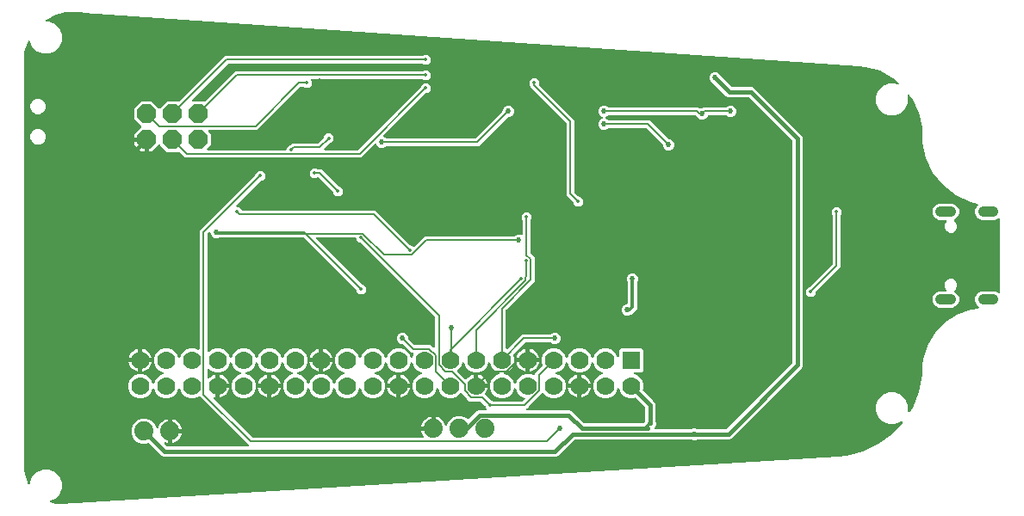
<source format=gbr>
G04 EAGLE Gerber RS-274X export*
G75*
%MOMM*%
%FSLAX34Y34*%
%LPD*%
%INBottom Copper*%
%IPPOS*%
%AMOC8*
5,1,8,0,0,1.08239X$1,22.5*%
G01*
%ADD10P,2.034460X8X202.500000*%
%ADD11C,1.879600*%
%ADD12R,1.778000X1.778000*%
%ADD13C,1.778000*%
%ADD14C,1.000000*%
%ADD15C,0.525000*%
%ADD16C,0.406400*%
%ADD17C,0.352400*%
%ADD18C,0.152400*%
%ADD19C,0.304800*%
%ADD20C,0.127000*%

G36*
X78375Y-56198D02*
X78375Y-56198D01*
X78406Y-56201D01*
X842249Y-9722D01*
X842276Y-9716D01*
X842299Y-9718D01*
X850503Y-8812D01*
X850584Y-8791D01*
X850645Y-8786D01*
X866618Y-4685D01*
X866726Y-4640D01*
X866798Y-4620D01*
X881720Y2402D01*
X881818Y2466D01*
X881885Y2499D01*
X895227Y12193D01*
X895310Y12274D01*
X895370Y12319D01*
X905578Y23190D01*
X905618Y23247D01*
X905666Y23298D01*
X905700Y23363D01*
X905742Y23422D01*
X905765Y23488D01*
X905797Y23551D01*
X905811Y23622D01*
X905835Y23691D01*
X905838Y23761D01*
X905852Y23830D01*
X905845Y23902D01*
X905849Y23975D01*
X905833Y24043D01*
X905827Y24113D01*
X905801Y24181D01*
X905785Y24252D01*
X905750Y24313D01*
X905725Y24378D01*
X905681Y24436D01*
X905646Y24500D01*
X905596Y24549D01*
X905554Y24605D01*
X905495Y24648D01*
X905444Y24700D01*
X905382Y24733D01*
X905326Y24775D01*
X905258Y24801D01*
X905194Y24836D01*
X905125Y24851D01*
X905060Y24876D01*
X904987Y24881D01*
X904916Y24897D01*
X904846Y24893D01*
X904777Y24898D01*
X904717Y24884D01*
X904633Y24879D01*
X904523Y24840D01*
X904449Y24823D01*
X898483Y22351D01*
X892217Y22351D01*
X886429Y24749D01*
X881999Y29179D01*
X879601Y34967D01*
X879601Y41233D01*
X881999Y47021D01*
X886429Y51451D01*
X892217Y53849D01*
X898483Y53849D01*
X904271Y51451D01*
X908701Y47021D01*
X911099Y41233D01*
X911099Y34798D01*
X911118Y34658D01*
X911138Y34520D01*
X911138Y34518D01*
X911139Y34516D01*
X911197Y34386D01*
X911253Y34260D01*
X911254Y34258D01*
X911255Y34257D01*
X911346Y34149D01*
X911436Y34042D01*
X911437Y34041D01*
X911438Y34040D01*
X911557Y33961D01*
X911672Y33884D01*
X911674Y33883D01*
X911675Y33882D01*
X911813Y33839D01*
X911943Y33797D01*
X911944Y33797D01*
X911946Y33796D01*
X912089Y33793D01*
X912227Y33789D01*
X912228Y33789D01*
X912230Y33789D01*
X912365Y33824D01*
X912502Y33860D01*
X912504Y33860D01*
X912505Y33861D01*
X912625Y33932D01*
X912747Y34004D01*
X912748Y34005D01*
X912750Y34006D01*
X912944Y34213D01*
X912957Y34237D01*
X912971Y34254D01*
X915613Y38417D01*
X915661Y38523D01*
X915700Y38587D01*
X921771Y53921D01*
X921798Y54034D01*
X921824Y54104D01*
X924914Y70304D01*
X924918Y70387D01*
X924931Y70446D01*
X925233Y76852D01*
X925227Y76920D01*
X925231Y76987D01*
X925214Y77061D01*
X925207Y77135D01*
X925182Y77198D01*
X925174Y77234D01*
X925317Y78883D01*
X925315Y78933D01*
X925321Y78971D01*
X925321Y80564D01*
X925324Y80568D01*
X925383Y80647D01*
X925399Y80688D01*
X925422Y80725D01*
X925441Y80799D01*
X925484Y80913D01*
X925491Y80993D01*
X925506Y81050D01*
X925952Y86181D01*
X930295Y99688D01*
X937535Y111889D01*
X947309Y122173D01*
X959126Y130025D01*
X972394Y135050D01*
X979975Y136100D01*
X980073Y136128D01*
X980173Y136148D01*
X980209Y136167D01*
X980248Y136178D01*
X980335Y136232D01*
X980425Y136279D01*
X980455Y136307D01*
X980489Y136329D01*
X980557Y136405D01*
X980631Y136475D01*
X980652Y136510D01*
X980679Y136541D01*
X980723Y136633D01*
X980775Y136720D01*
X980785Y136760D01*
X980803Y136797D01*
X980820Y136898D01*
X980845Y136996D01*
X980844Y137037D01*
X980850Y137077D01*
X980839Y137178D01*
X980836Y137280D01*
X980823Y137319D01*
X980819Y137360D01*
X980780Y137454D01*
X980748Y137551D01*
X980727Y137580D01*
X980710Y137622D01*
X980593Y137769D01*
X980553Y137824D01*
X978177Y140201D01*
X976951Y143159D01*
X976951Y146361D01*
X978177Y149319D01*
X980441Y151583D01*
X983399Y152809D01*
X996601Y152809D01*
X999559Y151583D01*
X999788Y151354D01*
X999812Y151337D01*
X999831Y151314D01*
X999925Y151252D01*
X1000015Y151184D01*
X1000043Y151173D01*
X1000067Y151157D01*
X1000175Y151123D01*
X1000281Y151082D01*
X1000310Y151080D01*
X1000338Y151071D01*
X1000451Y151068D01*
X1000564Y151059D01*
X1000593Y151065D01*
X1000622Y151064D01*
X1000732Y151092D01*
X1000843Y151115D01*
X1000869Y151128D01*
X1000897Y151136D01*
X1000995Y151193D01*
X1001095Y151246D01*
X1001117Y151266D01*
X1001142Y151281D01*
X1001219Y151363D01*
X1001301Y151441D01*
X1001316Y151467D01*
X1001336Y151488D01*
X1001388Y151589D01*
X1001445Y151687D01*
X1001452Y151715D01*
X1001466Y151741D01*
X1001479Y151819D01*
X1001515Y151962D01*
X1001513Y152025D01*
X1001521Y152072D01*
X1001521Y223848D01*
X1001517Y223877D01*
X1001520Y223906D01*
X1001497Y224017D01*
X1001481Y224129D01*
X1001469Y224156D01*
X1001464Y224185D01*
X1001411Y224285D01*
X1001365Y224389D01*
X1001346Y224411D01*
X1001333Y224437D01*
X1001255Y224519D01*
X1001182Y224606D01*
X1001157Y224622D01*
X1001137Y224643D01*
X1001039Y224700D01*
X1000945Y224763D01*
X1000917Y224772D01*
X1000892Y224787D01*
X1000782Y224815D01*
X1000674Y224849D01*
X1000645Y224850D01*
X1000616Y224857D01*
X1000503Y224853D01*
X1000390Y224856D01*
X1000361Y224849D01*
X1000332Y224848D01*
X1000224Y224813D01*
X1000115Y224784D01*
X1000089Y224769D01*
X1000061Y224760D01*
X999998Y224715D01*
X999870Y224639D01*
X999827Y224594D01*
X999788Y224566D01*
X999559Y224337D01*
X996601Y223111D01*
X983399Y223111D01*
X980441Y224337D01*
X978177Y226601D01*
X976951Y229559D01*
X976951Y232761D01*
X978177Y235719D01*
X979685Y237227D01*
X979720Y237274D01*
X979762Y237314D01*
X979805Y237387D01*
X979856Y237454D01*
X979876Y237509D01*
X979906Y237559D01*
X979927Y237641D01*
X979957Y237720D01*
X979962Y237778D01*
X979976Y237834D01*
X979973Y237919D01*
X979980Y238003D01*
X979969Y238060D01*
X979967Y238118D01*
X979941Y238199D01*
X979925Y238282D01*
X979898Y238334D01*
X979880Y238389D01*
X979833Y238459D01*
X979794Y238535D01*
X979754Y238577D01*
X979721Y238625D01*
X979656Y238679D01*
X979598Y238741D01*
X979548Y238770D01*
X979503Y238807D01*
X979439Y238834D01*
X979352Y238884D01*
X979256Y238909D01*
X979193Y238935D01*
X972295Y240509D01*
X958010Y247389D01*
X945614Y257274D01*
X935729Y269670D01*
X928849Y283955D01*
X925321Y299412D01*
X925321Y307340D01*
X925317Y307370D01*
X925320Y307394D01*
X924937Y314528D01*
X924918Y314623D01*
X924915Y314690D01*
X921877Y328630D01*
X921829Y328761D01*
X921808Y328837D01*
X915872Y341811D01*
X915797Y341928D01*
X915761Y341998D01*
X912739Y346026D01*
X912728Y346036D01*
X912720Y346050D01*
X912628Y346137D01*
X912538Y346227D01*
X912525Y346234D01*
X912514Y346245D01*
X912401Y346303D01*
X912289Y346365D01*
X912274Y346368D01*
X912261Y346375D01*
X912137Y346399D01*
X912012Y346428D01*
X911997Y346427D01*
X911982Y346430D01*
X911856Y346419D01*
X911729Y346412D01*
X911714Y346407D01*
X911699Y346406D01*
X911580Y346360D01*
X911460Y346318D01*
X911448Y346309D01*
X911433Y346304D01*
X911332Y346227D01*
X911229Y346153D01*
X911219Y346141D01*
X911207Y346132D01*
X911131Y346030D01*
X911052Y345931D01*
X911046Y345917D01*
X911037Y345904D01*
X910992Y345785D01*
X910943Y345668D01*
X910942Y345653D01*
X910936Y345638D01*
X910926Y345512D01*
X910912Y345385D01*
X910915Y345370D01*
X910913Y345355D01*
X910929Y345288D01*
X910960Y345105D01*
X910980Y345068D01*
X910989Y345028D01*
X911099Y344763D01*
X911099Y338497D01*
X908701Y332709D01*
X904271Y328279D01*
X898483Y325881D01*
X892217Y325881D01*
X886429Y328279D01*
X881999Y332709D01*
X879601Y338497D01*
X879601Y344763D01*
X881999Y350551D01*
X886429Y354981D01*
X892217Y357379D01*
X898483Y357379D01*
X900656Y356479D01*
X900774Y356448D01*
X900892Y356413D01*
X900912Y356413D01*
X900931Y356408D01*
X901053Y356411D01*
X901176Y356410D01*
X901195Y356415D01*
X901215Y356416D01*
X901332Y356453D01*
X901450Y356486D01*
X901467Y356496D01*
X901486Y356502D01*
X901587Y356571D01*
X901692Y356635D01*
X901705Y356650D01*
X901722Y356661D01*
X901801Y356755D01*
X901883Y356845D01*
X901892Y356863D01*
X901905Y356878D01*
X901955Y356990D01*
X902009Y357100D01*
X902012Y357120D01*
X902020Y357138D01*
X902037Y357260D01*
X902059Y357380D01*
X902057Y357400D01*
X902059Y357420D01*
X902042Y357541D01*
X902029Y357663D01*
X902022Y357681D01*
X902019Y357701D01*
X901968Y357813D01*
X901922Y357926D01*
X901911Y357940D01*
X901902Y357960D01*
X901717Y358177D01*
X901712Y358180D01*
X901708Y358185D01*
X896254Y362897D01*
X896137Y362972D01*
X896075Y363021D01*
X883540Y369836D01*
X883410Y369885D01*
X883339Y369919D01*
X869641Y373909D01*
X869546Y373923D01*
X869481Y373942D01*
X862391Y374815D01*
X862361Y374815D01*
X862337Y374820D01*
X100842Y427360D01*
X100805Y427358D01*
X100769Y427363D01*
X100664Y427348D01*
X100559Y427340D01*
X100524Y427327D01*
X100487Y427322D01*
X100417Y427288D01*
X100292Y427242D01*
X100290Y427241D01*
X98778Y427498D01*
X98721Y427499D01*
X98677Y427510D01*
X97066Y427621D01*
X97063Y427622D01*
X97009Y427658D01*
X96947Y427676D01*
X96865Y427714D01*
X96756Y427731D01*
X96686Y427751D01*
X93148Y428150D01*
X93046Y428147D01*
X92977Y428155D01*
X82320Y427559D01*
X82173Y427530D01*
X82095Y427521D01*
X80343Y427016D01*
X73289Y424986D01*
X71838Y424568D01*
X71702Y424507D01*
X71628Y424481D01*
X63954Y420243D01*
X63931Y420225D01*
X63904Y420213D01*
X63818Y420140D01*
X63727Y420072D01*
X63710Y420048D01*
X63687Y420029D01*
X63624Y419935D01*
X63556Y419845D01*
X63546Y419817D01*
X63530Y419793D01*
X63495Y419685D01*
X63455Y419579D01*
X63453Y419550D01*
X63444Y419522D01*
X63441Y419408D01*
X63432Y419296D01*
X63437Y419267D01*
X63437Y419238D01*
X63465Y419128D01*
X63488Y419017D01*
X63501Y418991D01*
X63508Y418963D01*
X63566Y418865D01*
X63619Y418764D01*
X63639Y418743D01*
X63654Y418718D01*
X63736Y418641D01*
X63815Y418558D01*
X63840Y418544D01*
X63861Y418524D01*
X63962Y418472D01*
X64060Y418415D01*
X64088Y418408D01*
X64114Y418394D01*
X64191Y418381D01*
X64335Y418345D01*
X64398Y418347D01*
X64445Y418339D01*
X66633Y418339D01*
X72421Y415941D01*
X76851Y411511D01*
X79249Y405723D01*
X79249Y399457D01*
X76851Y393669D01*
X72421Y389239D01*
X66633Y386841D01*
X60367Y386841D01*
X54579Y389239D01*
X50149Y393669D01*
X47927Y399032D01*
X47912Y399058D01*
X47904Y399085D01*
X47840Y399180D01*
X47783Y399277D01*
X47762Y399297D01*
X47745Y399322D01*
X47658Y399395D01*
X47576Y399472D01*
X47550Y399486D01*
X47528Y399505D01*
X47424Y399551D01*
X47323Y399603D01*
X47295Y399608D01*
X47268Y399620D01*
X47156Y399636D01*
X47044Y399658D01*
X47015Y399655D01*
X46986Y399659D01*
X46874Y399643D01*
X46761Y399633D01*
X46734Y399623D01*
X46705Y399619D01*
X46602Y399572D01*
X46496Y399531D01*
X46473Y399514D01*
X46446Y399502D01*
X46359Y399428D01*
X46269Y399360D01*
X46252Y399336D01*
X46229Y399317D01*
X46188Y399251D01*
X46099Y399132D01*
X46084Y399093D01*
X46068Y399068D01*
X46062Y399049D01*
X46051Y399033D01*
X43611Y393145D01*
X43586Y393047D01*
X43559Y392983D01*
X42444Y388102D01*
X42432Y387953D01*
X42419Y387876D01*
X42419Y-22337D01*
X42424Y-22375D01*
X42421Y-22406D01*
X42725Y-26867D01*
X42727Y-26876D01*
X42727Y-26877D01*
X42728Y-26882D01*
X42752Y-26994D01*
X42760Y-27071D01*
X45156Y-35665D01*
X45252Y-35884D01*
X45265Y-35917D01*
X45867Y-36913D01*
X45873Y-36920D01*
X45877Y-36929D01*
X45963Y-37030D01*
X46047Y-37133D01*
X46055Y-37139D01*
X46061Y-37146D01*
X46172Y-37220D01*
X46281Y-37295D01*
X46289Y-37298D01*
X46297Y-37303D01*
X46424Y-37343D01*
X46550Y-37386D01*
X46559Y-37386D01*
X46568Y-37389D01*
X46701Y-37392D01*
X46834Y-37398D01*
X46843Y-37396D01*
X46852Y-37396D01*
X46980Y-37363D01*
X47110Y-37331D01*
X47119Y-37327D01*
X47127Y-37324D01*
X47242Y-37257D01*
X47357Y-37191D01*
X47364Y-37184D01*
X47372Y-37179D01*
X47463Y-37082D01*
X47556Y-36987D01*
X47560Y-36979D01*
X47566Y-36972D01*
X47627Y-36854D01*
X47690Y-36736D01*
X47692Y-36727D01*
X47696Y-36719D01*
X47705Y-36665D01*
X47749Y-36458D01*
X47746Y-36419D01*
X47751Y-36388D01*
X47751Y-34967D01*
X50149Y-29179D01*
X54579Y-24749D01*
X60367Y-22351D01*
X66633Y-22351D01*
X72421Y-24749D01*
X76851Y-29179D01*
X79249Y-34967D01*
X79249Y-41233D01*
X76851Y-47021D01*
X72421Y-51451D01*
X68383Y-53124D01*
X68279Y-53185D01*
X68172Y-53242D01*
X68156Y-53257D01*
X68138Y-53268D01*
X68055Y-53356D01*
X67968Y-53441D01*
X67957Y-53459D01*
X67943Y-53475D01*
X67887Y-53583D01*
X67827Y-53688D01*
X67822Y-53709D01*
X67813Y-53728D01*
X67789Y-53847D01*
X67761Y-53964D01*
X67762Y-53986D01*
X67757Y-54007D01*
X67768Y-54127D01*
X67773Y-54248D01*
X67780Y-54269D01*
X67782Y-54290D01*
X67825Y-54403D01*
X67864Y-54518D01*
X67876Y-54535D01*
X67884Y-54555D01*
X67957Y-54652D01*
X68026Y-54751D01*
X68043Y-54765D01*
X68056Y-54782D01*
X68153Y-54854D01*
X68246Y-54931D01*
X68264Y-54938D01*
X68283Y-54952D01*
X68549Y-55052D01*
X68554Y-55053D01*
X68558Y-55054D01*
X73660Y-56148D01*
X73789Y-56157D01*
X73866Y-56171D01*
X78337Y-56203D01*
X78375Y-56198D01*
G37*
%LPC*%
G36*
X179329Y-10161D02*
X179329Y-10161D01*
X177462Y-9387D01*
X164945Y3129D01*
X164944Y3130D01*
X164943Y3132D01*
X164828Y3218D01*
X164718Y3300D01*
X164717Y3301D01*
X164715Y3302D01*
X164582Y3352D01*
X164452Y3402D01*
X164451Y3402D01*
X164449Y3402D01*
X164305Y3414D01*
X164169Y3425D01*
X164168Y3425D01*
X164166Y3425D01*
X164150Y3421D01*
X163890Y3369D01*
X163863Y3355D01*
X163839Y3350D01*
X162496Y2793D01*
X157544Y2793D01*
X152969Y4688D01*
X149468Y8189D01*
X147573Y12764D01*
X147573Y17716D01*
X149468Y22291D01*
X152969Y25792D01*
X157544Y27687D01*
X162496Y27687D01*
X167071Y25792D01*
X170572Y22291D01*
X172089Y18629D01*
X172124Y18569D01*
X172150Y18505D01*
X172196Y18447D01*
X172233Y18384D01*
X172283Y18336D01*
X172326Y18282D01*
X172386Y18239D01*
X172440Y18189D01*
X172501Y18157D01*
X172558Y18117D01*
X172627Y18092D01*
X172693Y18058D01*
X172760Y18045D01*
X172826Y18022D01*
X172899Y18018D01*
X172972Y18003D01*
X173040Y18009D01*
X173109Y18005D01*
X173181Y18021D01*
X173255Y18028D01*
X173319Y18053D01*
X173387Y18068D01*
X173451Y18103D01*
X173520Y18130D01*
X173575Y18172D01*
X173636Y18205D01*
X173688Y18257D01*
X173747Y18301D01*
X173788Y18357D01*
X173837Y18406D01*
X173866Y18461D01*
X173917Y18529D01*
X173958Y18637D01*
X173992Y18703D01*
X174356Y19823D01*
X175209Y21497D01*
X176314Y23018D01*
X177642Y24346D01*
X179163Y25451D01*
X180837Y26304D01*
X182624Y26885D01*
X183389Y27006D01*
X183389Y16256D01*
X183397Y16198D01*
X183395Y16140D01*
X183417Y16058D01*
X183429Y15975D01*
X183453Y15921D01*
X183467Y15865D01*
X183510Y15792D01*
X183545Y15715D01*
X183583Y15671D01*
X183613Y15620D01*
X183674Y15563D01*
X183729Y15498D01*
X183777Y15466D01*
X183820Y15426D01*
X183895Y15387D01*
X183965Y15341D01*
X184021Y15323D01*
X184073Y15296D01*
X184141Y15285D01*
X184236Y15255D01*
X184336Y15252D01*
X184404Y15241D01*
X185421Y15241D01*
X185421Y15239D01*
X184404Y15239D01*
X184346Y15231D01*
X184288Y15232D01*
X184206Y15211D01*
X184123Y15199D01*
X184069Y15175D01*
X184013Y15161D01*
X183940Y15118D01*
X183863Y15083D01*
X183818Y15045D01*
X183768Y15015D01*
X183710Y14954D01*
X183646Y14899D01*
X183614Y14851D01*
X183574Y14808D01*
X183535Y14733D01*
X183489Y14663D01*
X183471Y14607D01*
X183444Y14555D01*
X183433Y14487D01*
X183403Y14392D01*
X183400Y14292D01*
X183389Y14224D01*
X183389Y3474D01*
X182624Y3595D01*
X181055Y4105D01*
X181010Y4113D01*
X180967Y4130D01*
X180870Y4138D01*
X180775Y4154D01*
X180729Y4149D01*
X180683Y4153D01*
X180589Y4134D01*
X180493Y4124D01*
X180450Y4106D01*
X180404Y4097D01*
X180319Y4053D01*
X180229Y4016D01*
X180193Y3988D01*
X180152Y3966D01*
X180082Y3900D01*
X180006Y3840D01*
X179979Y3802D01*
X179946Y3770D01*
X179897Y3687D01*
X179841Y3609D01*
X179826Y3565D01*
X179802Y3525D01*
X179779Y3432D01*
X179746Y3341D01*
X179744Y3294D01*
X179732Y3250D01*
X179735Y3153D01*
X179730Y3057D01*
X179740Y3012D01*
X179741Y2965D01*
X179771Y2874D01*
X179792Y2779D01*
X179815Y2739D01*
X179829Y2695D01*
X179872Y2634D01*
X179929Y2530D01*
X179988Y2471D01*
X180024Y2422D01*
X182147Y298D01*
X182217Y246D01*
X182281Y186D01*
X182330Y160D01*
X182374Y127D01*
X182456Y96D01*
X182534Y56D01*
X182582Y48D01*
X182640Y26D01*
X182788Y14D01*
X182865Y1D01*
X262105Y1D01*
X262134Y5D01*
X262163Y2D01*
X262274Y25D01*
X262386Y41D01*
X262413Y53D01*
X262442Y58D01*
X262542Y110D01*
X262646Y157D01*
X262668Y176D01*
X262694Y189D01*
X262776Y267D01*
X262863Y340D01*
X262879Y365D01*
X262900Y385D01*
X262957Y483D01*
X263020Y577D01*
X263029Y605D01*
X263044Y630D01*
X263072Y740D01*
X263106Y848D01*
X263107Y878D01*
X263114Y906D01*
X263110Y1019D01*
X263113Y1132D01*
X263106Y1161D01*
X263105Y1190D01*
X263070Y1298D01*
X263041Y1407D01*
X263027Y1433D01*
X263017Y1461D01*
X262972Y1524D01*
X262896Y1652D01*
X262851Y1695D01*
X262823Y1734D01*
X215098Y49458D01*
X215051Y49494D01*
X215011Y49536D01*
X214938Y49579D01*
X214871Y49629D01*
X214816Y49650D01*
X214765Y49680D01*
X214684Y49701D01*
X214605Y49731D01*
X214547Y49735D01*
X214490Y49750D01*
X214406Y49747D01*
X214322Y49754D01*
X214264Y49743D01*
X214206Y49741D01*
X214126Y49715D01*
X214043Y49698D01*
X213991Y49671D01*
X213935Y49653D01*
X213879Y49613D01*
X213878Y49612D01*
X209385Y47751D01*
X204635Y47751D01*
X200247Y49569D01*
X196889Y52927D01*
X195248Y56889D01*
X195233Y56914D01*
X195224Y56942D01*
X195161Y57036D01*
X195103Y57133D01*
X195082Y57154D01*
X195066Y57178D01*
X194979Y57251D01*
X194897Y57329D01*
X194871Y57342D01*
X194848Y57361D01*
X194745Y57407D01*
X194644Y57459D01*
X194615Y57465D01*
X194588Y57476D01*
X194476Y57492D01*
X194365Y57514D01*
X194336Y57511D01*
X194307Y57515D01*
X194195Y57499D01*
X194082Y57489D01*
X194055Y57479D01*
X194026Y57475D01*
X193922Y57428D01*
X193817Y57387D01*
X193793Y57370D01*
X193766Y57358D01*
X193680Y57284D01*
X193590Y57216D01*
X193572Y57192D01*
X193550Y57173D01*
X193508Y57107D01*
X193420Y56988D01*
X193407Y56953D01*
X193390Y56929D01*
X193383Y56907D01*
X193372Y56889D01*
X191731Y52927D01*
X188373Y49569D01*
X183985Y47751D01*
X179235Y47751D01*
X174847Y49569D01*
X171489Y52927D01*
X169848Y56889D01*
X169833Y56914D01*
X169824Y56942D01*
X169761Y57036D01*
X169703Y57133D01*
X169682Y57154D01*
X169666Y57178D01*
X169579Y57251D01*
X169497Y57329D01*
X169471Y57342D01*
X169448Y57361D01*
X169345Y57407D01*
X169244Y57459D01*
X169215Y57465D01*
X169188Y57476D01*
X169076Y57492D01*
X168965Y57514D01*
X168936Y57511D01*
X168907Y57515D01*
X168795Y57499D01*
X168682Y57489D01*
X168655Y57479D01*
X168626Y57475D01*
X168522Y57428D01*
X168417Y57387D01*
X168393Y57370D01*
X168366Y57358D01*
X168280Y57284D01*
X168190Y57216D01*
X168172Y57192D01*
X168150Y57173D01*
X168108Y57107D01*
X168020Y56988D01*
X168007Y56953D01*
X167990Y56929D01*
X167983Y56907D01*
X167972Y56889D01*
X166331Y52927D01*
X162973Y49569D01*
X158585Y47751D01*
X153835Y47751D01*
X149447Y49569D01*
X146089Y52927D01*
X144271Y57315D01*
X144271Y62065D01*
X146089Y66453D01*
X149447Y69811D01*
X153835Y71629D01*
X158585Y71629D01*
X162973Y69811D01*
X166331Y66453D01*
X167972Y62491D01*
X167987Y62466D01*
X167996Y62438D01*
X168059Y62344D01*
X168117Y62247D01*
X168138Y62226D01*
X168154Y62202D01*
X168241Y62129D01*
X168323Y62051D01*
X168349Y62038D01*
X168372Y62019D01*
X168475Y61973D01*
X168576Y61921D01*
X168605Y61916D01*
X168632Y61904D01*
X168744Y61888D01*
X168855Y61866D01*
X168884Y61869D01*
X168913Y61865D01*
X169025Y61881D01*
X169138Y61891D01*
X169165Y61901D01*
X169195Y61905D01*
X169298Y61952D01*
X169403Y61993D01*
X169427Y62010D01*
X169454Y62022D01*
X169540Y62096D01*
X169630Y62164D01*
X169648Y62188D01*
X169670Y62207D01*
X169712Y62273D01*
X169800Y62392D01*
X169822Y62451D01*
X169848Y62491D01*
X171489Y66453D01*
X174847Y69811D01*
X178809Y71452D01*
X178834Y71467D01*
X178862Y71476D01*
X178956Y71539D01*
X179053Y71597D01*
X179074Y71618D01*
X179098Y71634D01*
X179171Y71721D01*
X179249Y71803D01*
X179262Y71829D01*
X179281Y71852D01*
X179327Y71955D01*
X179379Y72056D01*
X179385Y72085D01*
X179396Y72112D01*
X179412Y72224D01*
X179434Y72335D01*
X179431Y72364D01*
X179435Y72393D01*
X179419Y72505D01*
X179409Y72618D01*
X179399Y72645D01*
X179395Y72675D01*
X179348Y72778D01*
X179307Y72883D01*
X179290Y72907D01*
X179278Y72934D01*
X179204Y73020D01*
X179136Y73110D01*
X179112Y73128D01*
X179093Y73150D01*
X179027Y73192D01*
X178908Y73280D01*
X178850Y73302D01*
X178809Y73328D01*
X174847Y74969D01*
X171489Y78327D01*
X169671Y82715D01*
X169671Y87465D01*
X171489Y91853D01*
X174847Y95211D01*
X179235Y97029D01*
X183985Y97029D01*
X188373Y95211D01*
X191731Y91853D01*
X193372Y87891D01*
X193387Y87866D01*
X193396Y87838D01*
X193459Y87744D01*
X193517Y87647D01*
X193538Y87626D01*
X193554Y87602D01*
X193641Y87529D01*
X193723Y87451D01*
X193749Y87438D01*
X193772Y87419D01*
X193875Y87373D01*
X193976Y87321D01*
X194005Y87315D01*
X194032Y87304D01*
X194144Y87288D01*
X194255Y87266D01*
X194284Y87269D01*
X194313Y87265D01*
X194425Y87281D01*
X194538Y87291D01*
X194565Y87301D01*
X194595Y87305D01*
X194698Y87352D01*
X194803Y87393D01*
X194827Y87410D01*
X194854Y87422D01*
X194940Y87496D01*
X195030Y87564D01*
X195048Y87588D01*
X195070Y87607D01*
X195112Y87673D01*
X195200Y87792D01*
X195222Y87850D01*
X195248Y87891D01*
X196889Y91853D01*
X200247Y95211D01*
X204635Y97029D01*
X209385Y97029D01*
X213394Y95368D01*
X213506Y95339D01*
X213615Y95305D01*
X213643Y95304D01*
X213670Y95297D01*
X213784Y95300D01*
X213899Y95297D01*
X213926Y95304D01*
X213954Y95305D01*
X214063Y95340D01*
X214174Y95369D01*
X214198Y95383D01*
X214225Y95392D01*
X214320Y95456D01*
X214419Y95514D01*
X214438Y95535D01*
X214461Y95550D01*
X214535Y95638D01*
X214613Y95722D01*
X214626Y95746D01*
X214644Y95768D01*
X214690Y95872D01*
X214743Y95975D01*
X214747Y95999D01*
X214759Y96027D01*
X214796Y96291D01*
X214798Y96306D01*
X214798Y212567D01*
X269212Y266981D01*
X269264Y267051D01*
X269324Y267115D01*
X269350Y267164D01*
X269383Y267208D01*
X269414Y267290D01*
X269454Y267368D01*
X269462Y267415D01*
X269484Y267474D01*
X269496Y267622D01*
X269509Y267699D01*
X269509Y268693D01*
X272327Y271511D01*
X276313Y271511D01*
X279131Y268693D01*
X279131Y264707D01*
X276313Y261889D01*
X275319Y261889D01*
X275232Y261877D01*
X275145Y261874D01*
X275092Y261857D01*
X275037Y261849D01*
X274958Y261814D01*
X274874Y261787D01*
X274835Y261759D01*
X274778Y261733D01*
X274665Y261637D01*
X274601Y261592D01*
X250693Y237684D01*
X250675Y237660D01*
X250653Y237641D01*
X250590Y237547D01*
X250522Y237457D01*
X250512Y237429D01*
X250495Y237405D01*
X250461Y237297D01*
X250421Y237191D01*
X250418Y237162D01*
X250410Y237134D01*
X250407Y237020D01*
X250397Y236908D01*
X250403Y236879D01*
X250402Y236850D01*
X250431Y236740D01*
X250453Y236629D01*
X250467Y236603D01*
X250474Y236575D01*
X250532Y236477D01*
X250584Y236377D01*
X250604Y236355D01*
X250619Y236330D01*
X250702Y236253D01*
X250780Y236171D01*
X250805Y236156D01*
X250827Y236136D01*
X250928Y236084D01*
X251025Y236027D01*
X251054Y236020D01*
X251080Y236006D01*
X251157Y235993D01*
X251301Y235957D01*
X251363Y235959D01*
X251411Y235951D01*
X253453Y235951D01*
X256297Y233106D01*
X256299Y233101D01*
X256311Y233017D01*
X256334Y232964D01*
X256349Y232908D01*
X256392Y232835D01*
X256427Y232758D01*
X256465Y232713D01*
X256494Y232663D01*
X256556Y232605D01*
X256610Y232541D01*
X256659Y232509D01*
X256702Y232469D01*
X256777Y232430D01*
X256847Y232383D01*
X256903Y232366D01*
X256955Y232339D01*
X257023Y232328D01*
X257118Y232298D01*
X257218Y232295D01*
X257286Y232284D01*
X387606Y232284D01*
X421742Y198148D01*
X421811Y198096D01*
X421875Y198036D01*
X421925Y198010D01*
X421969Y197977D01*
X422050Y197946D01*
X422128Y197906D01*
X422176Y197898D01*
X422234Y197876D01*
X422382Y197864D01*
X422459Y197851D01*
X423633Y197851D01*
X424492Y196992D01*
X424538Y196957D01*
X424579Y196914D01*
X424651Y196872D01*
X424719Y196821D01*
X424773Y196800D01*
X424824Y196771D01*
X424905Y196750D01*
X424984Y196720D01*
X425043Y196715D01*
X425099Y196700D01*
X425184Y196703D01*
X425268Y196696D01*
X425325Y196708D01*
X425384Y196709D01*
X425464Y196735D01*
X425546Y196752D01*
X425598Y196779D01*
X425654Y196797D01*
X425710Y196837D01*
X425799Y196883D01*
X425871Y196952D01*
X425927Y196992D01*
X435946Y207011D01*
X523686Y207011D01*
X523773Y207023D01*
X523860Y207026D01*
X523913Y207043D01*
X523968Y207051D01*
X524048Y207086D01*
X524131Y207113D01*
X524170Y207141D01*
X524227Y207167D01*
X524341Y207263D01*
X524404Y207308D01*
X525106Y208010D01*
X527191Y208874D01*
X529449Y208874D01*
X530725Y208345D01*
X530837Y208316D01*
X530946Y208281D01*
X530974Y208281D01*
X531001Y208274D01*
X531115Y208277D01*
X531230Y208274D01*
X531257Y208281D01*
X531285Y208282D01*
X531394Y208317D01*
X531505Y208346D01*
X531529Y208360D01*
X531556Y208369D01*
X531651Y208433D01*
X531750Y208491D01*
X531769Y208512D01*
X531792Y208527D01*
X531866Y208615D01*
X531944Y208699D01*
X531957Y208723D01*
X531975Y208745D01*
X532021Y208849D01*
X532074Y208952D01*
X532078Y208976D01*
X532090Y209004D01*
X532127Y209268D01*
X532129Y209283D01*
X532129Y222647D01*
X532117Y222733D01*
X532114Y222821D01*
X532097Y222873D01*
X532089Y222928D01*
X532054Y223008D01*
X532027Y223091D01*
X531999Y223131D01*
X531973Y223188D01*
X531877Y223301D01*
X531832Y223365D01*
X531129Y224067D01*
X531129Y228053D01*
X533947Y230871D01*
X537933Y230871D01*
X540751Y228053D01*
X540751Y224067D01*
X540048Y223365D01*
X539996Y223295D01*
X539936Y223231D01*
X539910Y223182D01*
X539877Y223137D01*
X539846Y223056D01*
X539806Y222978D01*
X539798Y222930D01*
X539776Y222872D01*
X539764Y222724D01*
X539751Y222647D01*
X539751Y190604D01*
X539763Y190517D01*
X539766Y190430D01*
X539783Y190377D01*
X539791Y190322D01*
X539826Y190242D01*
X539853Y190159D01*
X539881Y190120D01*
X539907Y190063D01*
X540003Y189950D01*
X540048Y189886D01*
X543799Y186135D01*
X543799Y162614D01*
X515918Y134734D01*
X515866Y134664D01*
X515806Y134600D01*
X515780Y134551D01*
X515747Y134506D01*
X515716Y134425D01*
X515676Y134347D01*
X515668Y134299D01*
X515646Y134241D01*
X515634Y134093D01*
X515621Y134016D01*
X515621Y97112D01*
X515621Y97111D01*
X515621Y97109D01*
X515641Y96966D01*
X515661Y96831D01*
X515661Y96829D01*
X515661Y96828D01*
X515720Y96697D01*
X515777Y96571D01*
X515778Y96570D01*
X515778Y96569D01*
X515873Y96457D01*
X515960Y96354D01*
X515962Y96354D01*
X515963Y96352D01*
X515976Y96344D01*
X516066Y96284D01*
X516081Y96270D01*
X516108Y96256D01*
X516197Y96197D01*
X516226Y96188D01*
X516247Y96174D01*
X516510Y96066D01*
X516512Y96065D01*
X516513Y96064D01*
X516645Y96031D01*
X516785Y95995D01*
X516787Y95995D01*
X516788Y95994D01*
X516929Y95999D01*
X517069Y96003D01*
X517071Y96003D01*
X517073Y96003D01*
X517208Y96047D01*
X517340Y96089D01*
X517342Y96090D01*
X517343Y96091D01*
X517356Y96100D01*
X517576Y96248D01*
X517596Y96271D01*
X517616Y96286D01*
X531822Y110491D01*
X559246Y110491D01*
X559333Y110503D01*
X559420Y110506D01*
X559473Y110523D01*
X559528Y110531D01*
X559608Y110566D01*
X559691Y110593D01*
X559730Y110621D01*
X559787Y110647D01*
X559901Y110743D01*
X559964Y110788D01*
X560666Y111490D01*
X562751Y112354D01*
X565009Y112354D01*
X567094Y111490D01*
X568690Y109894D01*
X569554Y107809D01*
X569554Y105551D01*
X568690Y103466D01*
X567094Y101870D01*
X565009Y101006D01*
X562751Y101006D01*
X560666Y101870D01*
X559964Y102572D01*
X559894Y102624D01*
X559831Y102684D01*
X559781Y102710D01*
X559737Y102743D01*
X559655Y102774D01*
X559577Y102814D01*
X559530Y102822D01*
X559471Y102844D01*
X559324Y102856D01*
X559246Y102869D01*
X535399Y102869D01*
X535312Y102857D01*
X535225Y102854D01*
X535172Y102837D01*
X535117Y102829D01*
X535038Y102794D01*
X534954Y102767D01*
X534915Y102739D01*
X534858Y102713D01*
X534745Y102617D01*
X534681Y102572D01*
X523006Y90896D01*
X523005Y90895D01*
X523003Y90894D01*
X522919Y90781D01*
X522835Y90669D01*
X522834Y90668D01*
X522833Y90667D01*
X522783Y90535D01*
X522734Y90404D01*
X522733Y90402D01*
X522733Y90401D01*
X522721Y90256D01*
X522710Y90120D01*
X522710Y90119D01*
X522710Y90117D01*
X522714Y90102D01*
X522766Y89842D01*
X522780Y89814D01*
X522786Y89790D01*
X523749Y87465D01*
X523749Y82715D01*
X521931Y78327D01*
X518573Y74969D01*
X514611Y73328D01*
X514586Y73313D01*
X514558Y73304D01*
X514464Y73241D01*
X514367Y73183D01*
X514346Y73162D01*
X514322Y73146D01*
X514249Y73059D01*
X514171Y72977D01*
X514158Y72951D01*
X514139Y72928D01*
X514093Y72825D01*
X514041Y72724D01*
X514035Y72695D01*
X514024Y72668D01*
X514008Y72556D01*
X513986Y72445D01*
X513989Y72416D01*
X513985Y72387D01*
X514001Y72275D01*
X514011Y72162D01*
X514021Y72135D01*
X514025Y72106D01*
X514072Y72002D01*
X514113Y71897D01*
X514130Y71873D01*
X514142Y71846D01*
X514216Y71760D01*
X514284Y71670D01*
X514308Y71652D01*
X514327Y71630D01*
X514393Y71588D01*
X514512Y71500D01*
X514570Y71478D01*
X514611Y71452D01*
X518573Y69811D01*
X521931Y66453D01*
X523572Y62491D01*
X523587Y62466D01*
X523596Y62438D01*
X523659Y62344D01*
X523717Y62247D01*
X523738Y62226D01*
X523754Y62202D01*
X523841Y62129D01*
X523923Y62051D01*
X523949Y62038D01*
X523972Y62019D01*
X524075Y61973D01*
X524176Y61921D01*
X524205Y61915D01*
X524232Y61904D01*
X524344Y61888D01*
X524455Y61866D01*
X524484Y61869D01*
X524513Y61865D01*
X524625Y61881D01*
X524738Y61891D01*
X524765Y61901D01*
X524795Y61905D01*
X524898Y61952D01*
X525003Y61993D01*
X525027Y62010D01*
X525054Y62022D01*
X525140Y62096D01*
X525230Y62164D01*
X525248Y62188D01*
X525270Y62207D01*
X525312Y62273D01*
X525400Y62392D01*
X525422Y62450D01*
X525448Y62491D01*
X527089Y66453D01*
X530447Y69811D01*
X534835Y71629D01*
X539585Y71629D01*
X543171Y70143D01*
X543283Y70114D01*
X543392Y70080D01*
X543420Y70079D01*
X543447Y70072D01*
X543561Y70075D01*
X543676Y70072D01*
X543703Y70079D01*
X543731Y70080D01*
X543840Y70115D01*
X543951Y70144D01*
X543975Y70158D01*
X544002Y70167D01*
X544097Y70231D01*
X544196Y70290D01*
X544215Y70310D01*
X544238Y70325D01*
X544312Y70413D01*
X544390Y70497D01*
X544403Y70522D01*
X544421Y70543D01*
X544467Y70648D01*
X544520Y70750D01*
X544524Y70775D01*
X544536Y70803D01*
X544573Y71066D01*
X544575Y71081D01*
X544575Y72444D01*
X547105Y74974D01*
X551414Y79284D01*
X551415Y79285D01*
X551417Y79286D01*
X551501Y79399D01*
X551585Y79511D01*
X551586Y79512D01*
X551587Y79513D01*
X551637Y79645D01*
X551686Y79776D01*
X551687Y79778D01*
X551687Y79779D01*
X551699Y79924D01*
X551710Y80060D01*
X551710Y80061D01*
X551710Y80063D01*
X551706Y80078D01*
X551654Y80338D01*
X551640Y80366D01*
X551634Y80390D01*
X550671Y82715D01*
X550671Y87465D01*
X552489Y91853D01*
X555847Y95211D01*
X560235Y97029D01*
X564985Y97029D01*
X569373Y95211D01*
X572731Y91853D01*
X574372Y87891D01*
X574387Y87866D01*
X574396Y87838D01*
X574459Y87744D01*
X574517Y87647D01*
X574538Y87626D01*
X574554Y87602D01*
X574641Y87529D01*
X574723Y87451D01*
X574749Y87438D01*
X574772Y87419D01*
X574875Y87373D01*
X574976Y87321D01*
X575005Y87315D01*
X575032Y87304D01*
X575144Y87288D01*
X575255Y87266D01*
X575284Y87269D01*
X575313Y87265D01*
X575425Y87281D01*
X575538Y87291D01*
X575565Y87301D01*
X575594Y87305D01*
X575698Y87352D01*
X575803Y87393D01*
X575827Y87410D01*
X575854Y87422D01*
X575940Y87496D01*
X576030Y87564D01*
X576048Y87588D01*
X576070Y87607D01*
X576112Y87673D01*
X576200Y87792D01*
X576222Y87850D01*
X576248Y87891D01*
X577889Y91853D01*
X581247Y95211D01*
X585635Y97029D01*
X590385Y97029D01*
X594773Y95211D01*
X598131Y91853D01*
X599772Y87891D01*
X599787Y87866D01*
X599796Y87838D01*
X599859Y87744D01*
X599917Y87647D01*
X599938Y87626D01*
X599954Y87602D01*
X600041Y87529D01*
X600123Y87451D01*
X600149Y87438D01*
X600172Y87419D01*
X600275Y87373D01*
X600376Y87321D01*
X600405Y87316D01*
X600432Y87304D01*
X600544Y87288D01*
X600655Y87266D01*
X600684Y87269D01*
X600713Y87265D01*
X600825Y87281D01*
X600938Y87291D01*
X600965Y87301D01*
X600995Y87305D01*
X601098Y87352D01*
X601203Y87393D01*
X601227Y87410D01*
X601254Y87422D01*
X601340Y87496D01*
X601430Y87564D01*
X601448Y87588D01*
X601470Y87607D01*
X601512Y87673D01*
X601600Y87792D01*
X601622Y87851D01*
X601648Y87891D01*
X603289Y91853D01*
X606647Y95211D01*
X611035Y97029D01*
X615785Y97029D01*
X620173Y95211D01*
X623531Y91853D01*
X624918Y88505D01*
X624962Y88431D01*
X624997Y88352D01*
X625034Y88309D01*
X625063Y88260D01*
X625125Y88201D01*
X625181Y88135D01*
X625228Y88104D01*
X625269Y88065D01*
X625346Y88025D01*
X625417Y87978D01*
X625471Y87960D01*
X625522Y87934D01*
X625606Y87918D01*
X625688Y87892D01*
X625745Y87890D01*
X625801Y87879D01*
X625886Y87887D01*
X625972Y87884D01*
X626027Y87899D01*
X626084Y87904D01*
X626164Y87935D01*
X626247Y87956D01*
X626296Y87985D01*
X626349Y88006D01*
X626418Y88058D01*
X626492Y88102D01*
X626531Y88143D01*
X626576Y88177D01*
X626627Y88246D01*
X626686Y88309D01*
X626712Y88360D01*
X626746Y88405D01*
X626777Y88486D01*
X626816Y88562D01*
X626824Y88611D01*
X626847Y88671D01*
X626858Y88816D01*
X626871Y88893D01*
X626871Y95243D01*
X628657Y97029D01*
X648963Y97029D01*
X650749Y95243D01*
X650749Y74937D01*
X648963Y73151D01*
X642613Y73151D01*
X642528Y73139D01*
X642442Y73137D01*
X642388Y73119D01*
X642332Y73111D01*
X642253Y73076D01*
X642171Y73050D01*
X642124Y73018D01*
X642072Y72995D01*
X642007Y72940D01*
X641935Y72892D01*
X641899Y72848D01*
X641855Y72812D01*
X641808Y72740D01*
X641752Y72674D01*
X641729Y72622D01*
X641698Y72575D01*
X641672Y72493D01*
X641637Y72414D01*
X641629Y72358D01*
X641612Y72304D01*
X641610Y72218D01*
X641598Y72133D01*
X641606Y72077D01*
X641604Y72020D01*
X641626Y71937D01*
X641638Y71852D01*
X641662Y71800D01*
X641676Y71745D01*
X641720Y71671D01*
X641756Y71592D01*
X641792Y71549D01*
X641822Y71500D01*
X641884Y71441D01*
X641940Y71376D01*
X641982Y71350D01*
X642029Y71306D01*
X642158Y71240D01*
X642225Y71198D01*
X645573Y69811D01*
X648931Y66453D01*
X650749Y62065D01*
X650749Y57315D01*
X650312Y56260D01*
X650311Y56258D01*
X650310Y56257D01*
X650277Y56124D01*
X650241Y55985D01*
X650241Y55983D01*
X650240Y55982D01*
X650245Y55841D01*
X650249Y55700D01*
X650249Y55699D01*
X650249Y55697D01*
X650293Y55563D01*
X650335Y55430D01*
X650336Y55428D01*
X650337Y55427D01*
X650346Y55414D01*
X650494Y55194D01*
X650517Y55174D01*
X650532Y55154D01*
X660595Y45090D01*
X662167Y43518D01*
X662941Y41651D01*
X662941Y25622D01*
X662945Y25592D01*
X662943Y25561D01*
X662960Y25484D01*
X662981Y25341D01*
X663007Y25282D01*
X663018Y25234D01*
X663534Y23989D01*
X663534Y21731D01*
X662670Y19646D01*
X662030Y19006D01*
X662012Y18982D01*
X661990Y18963D01*
X661927Y18869D01*
X661859Y18779D01*
X661848Y18751D01*
X661832Y18727D01*
X661798Y18619D01*
X661758Y18513D01*
X661755Y18484D01*
X661746Y18456D01*
X661743Y18342D01*
X661734Y18230D01*
X661740Y18201D01*
X661739Y18172D01*
X661768Y18062D01*
X661790Y17951D01*
X661803Y17925D01*
X661811Y17897D01*
X661869Y17799D01*
X661921Y17699D01*
X661941Y17677D01*
X661956Y17652D01*
X662039Y17575D01*
X662117Y17493D01*
X662142Y17478D01*
X662163Y17458D01*
X662264Y17406D01*
X662362Y17349D01*
X662390Y17342D01*
X662417Y17328D01*
X662494Y17315D01*
X662637Y17279D01*
X662700Y17281D01*
X662748Y17273D01*
X698278Y17273D01*
X698308Y17277D01*
X698339Y17275D01*
X698416Y17292D01*
X698559Y17313D01*
X698618Y17339D01*
X698666Y17350D01*
X699911Y17866D01*
X702169Y17866D01*
X703414Y17350D01*
X703444Y17342D01*
X703471Y17328D01*
X703549Y17315D01*
X703689Y17279D01*
X703753Y17281D01*
X703802Y17273D01*
X731926Y17273D01*
X732013Y17285D01*
X732100Y17288D01*
X732153Y17305D01*
X732207Y17313D01*
X732287Y17348D01*
X732370Y17375D01*
X732410Y17403D01*
X732467Y17429D01*
X732580Y17525D01*
X732644Y17570D01*
X797262Y82188D01*
X797273Y82203D01*
X797282Y82211D01*
X797308Y82249D01*
X797314Y82258D01*
X797374Y82322D01*
X797400Y82371D01*
X797433Y82415D01*
X797464Y82497D01*
X797504Y82575D01*
X797512Y82623D01*
X797534Y82681D01*
X797546Y82829D01*
X797559Y82906D01*
X797559Y300634D01*
X797547Y300721D01*
X797544Y300808D01*
X797527Y300861D01*
X797519Y300915D01*
X797484Y300995D01*
X797457Y301078D01*
X797429Y301118D01*
X797403Y301175D01*
X797307Y301288D01*
X797262Y301352D01*
X754573Y344041D01*
X754503Y344093D01*
X754439Y344153D01*
X754390Y344179D01*
X754346Y344212D01*
X754264Y344243D01*
X754186Y344283D01*
X754138Y344291D01*
X754080Y344313D01*
X753932Y344325D01*
X753855Y344338D01*
X734150Y344338D01*
X732283Y345112D01*
X730711Y346684D01*
X719721Y357674D01*
X719696Y357693D01*
X719676Y357716D01*
X719609Y357758D01*
X719493Y357845D01*
X719433Y357868D01*
X719391Y357894D01*
X718146Y358410D01*
X716550Y360006D01*
X715686Y362091D01*
X715686Y364349D01*
X716550Y366434D01*
X718146Y368030D01*
X720231Y368894D01*
X722489Y368894D01*
X724574Y368030D01*
X726170Y366434D01*
X726686Y365189D01*
X726701Y365162D01*
X726711Y365133D01*
X726757Y365069D01*
X726830Y364944D01*
X726877Y364900D01*
X726906Y364859D01*
X736968Y354797D01*
X737038Y354745D01*
X737102Y354685D01*
X737151Y354659D01*
X737195Y354626D01*
X737277Y354595D01*
X737355Y354555D01*
X737403Y354547D01*
X737461Y354525D01*
X737609Y354513D01*
X737686Y354500D01*
X757391Y354500D01*
X759258Y353726D01*
X806947Y306037D01*
X807721Y304170D01*
X807721Y79370D01*
X806947Y77503D01*
X737329Y7885D01*
X735462Y7111D01*
X703802Y7111D01*
X703772Y7107D01*
X703741Y7109D01*
X703664Y7092D01*
X703521Y7071D01*
X703462Y7045D01*
X703414Y7034D01*
X702169Y6518D01*
X699911Y6518D01*
X698666Y7034D01*
X698636Y7042D01*
X698609Y7056D01*
X698531Y7069D01*
X698391Y7105D01*
X698327Y7103D01*
X698278Y7111D01*
X583677Y7111D01*
X583590Y7099D01*
X583503Y7096D01*
X583450Y7079D01*
X583396Y7071D01*
X583316Y7036D01*
X583233Y7009D01*
X583193Y6981D01*
X583136Y6955D01*
X583023Y6859D01*
X582959Y6814D01*
X566758Y-9387D01*
X564891Y-10161D01*
X179329Y-10161D01*
G37*
%LPD*%
G36*
X346825Y61881D02*
X346825Y61881D01*
X346938Y61891D01*
X346965Y61901D01*
X346994Y61905D01*
X347098Y61952D01*
X347203Y61993D01*
X347227Y62010D01*
X347254Y62022D01*
X347340Y62096D01*
X347430Y62164D01*
X347448Y62188D01*
X347470Y62207D01*
X347512Y62273D01*
X347600Y62392D01*
X347622Y62450D01*
X347648Y62491D01*
X349289Y66453D01*
X352647Y69811D01*
X356609Y71452D01*
X356634Y71467D01*
X356662Y71476D01*
X356756Y71539D01*
X356853Y71597D01*
X356874Y71618D01*
X356898Y71634D01*
X356971Y71721D01*
X357049Y71803D01*
X357062Y71829D01*
X357081Y71852D01*
X357127Y71955D01*
X357179Y72056D01*
X357184Y72085D01*
X357196Y72112D01*
X357212Y72224D01*
X357234Y72335D01*
X357231Y72364D01*
X357235Y72393D01*
X357219Y72505D01*
X357209Y72618D01*
X357199Y72645D01*
X357195Y72675D01*
X357148Y72778D01*
X357107Y72883D01*
X357090Y72907D01*
X357078Y72934D01*
X357004Y73020D01*
X356936Y73110D01*
X356912Y73128D01*
X356893Y73150D01*
X356827Y73192D01*
X356708Y73280D01*
X356649Y73302D01*
X356609Y73328D01*
X352647Y74969D01*
X349289Y78327D01*
X347471Y82715D01*
X347471Y87465D01*
X349289Y91853D01*
X352647Y95211D01*
X357035Y97029D01*
X361785Y97029D01*
X366173Y95211D01*
X369531Y91853D01*
X371172Y87891D01*
X371187Y87866D01*
X371196Y87838D01*
X371259Y87744D01*
X371317Y87647D01*
X371338Y87626D01*
X371354Y87602D01*
X371441Y87529D01*
X371523Y87451D01*
X371549Y87438D01*
X371572Y87419D01*
X371675Y87373D01*
X371776Y87321D01*
X371805Y87316D01*
X371832Y87304D01*
X371944Y87288D01*
X372055Y87266D01*
X372084Y87269D01*
X372113Y87265D01*
X372225Y87281D01*
X372338Y87291D01*
X372365Y87301D01*
X372395Y87305D01*
X372498Y87352D01*
X372603Y87393D01*
X372627Y87410D01*
X372654Y87422D01*
X372740Y87496D01*
X372830Y87564D01*
X372848Y87588D01*
X372870Y87607D01*
X372912Y87673D01*
X373000Y87792D01*
X373022Y87851D01*
X373048Y87891D01*
X374689Y91853D01*
X378047Y95211D01*
X382435Y97029D01*
X387185Y97029D01*
X391573Y95211D01*
X394931Y91853D01*
X396572Y87891D01*
X396587Y87866D01*
X396596Y87838D01*
X396659Y87744D01*
X396717Y87647D01*
X396738Y87626D01*
X396754Y87602D01*
X396841Y87529D01*
X396923Y87451D01*
X396949Y87438D01*
X396972Y87419D01*
X397075Y87373D01*
X397176Y87321D01*
X397205Y87316D01*
X397232Y87304D01*
X397344Y87288D01*
X397455Y87266D01*
X397484Y87269D01*
X397513Y87265D01*
X397625Y87281D01*
X397738Y87291D01*
X397765Y87301D01*
X397795Y87305D01*
X397898Y87352D01*
X398003Y87393D01*
X398027Y87410D01*
X398054Y87422D01*
X398140Y87496D01*
X398230Y87564D01*
X398248Y87588D01*
X398270Y87607D01*
X398312Y87673D01*
X398400Y87792D01*
X398422Y87851D01*
X398448Y87891D01*
X400089Y91853D01*
X403447Y95211D01*
X407835Y97029D01*
X412585Y97029D01*
X416973Y95211D01*
X420331Y91853D01*
X421972Y87891D01*
X421987Y87866D01*
X421996Y87838D01*
X422059Y87744D01*
X422117Y87647D01*
X422138Y87626D01*
X422154Y87602D01*
X422241Y87529D01*
X422323Y87451D01*
X422349Y87438D01*
X422372Y87419D01*
X422475Y87373D01*
X422576Y87321D01*
X422605Y87315D01*
X422632Y87304D01*
X422744Y87288D01*
X422855Y87266D01*
X422884Y87269D01*
X422913Y87265D01*
X423025Y87281D01*
X423138Y87291D01*
X423165Y87301D01*
X423195Y87305D01*
X423298Y87352D01*
X423403Y87393D01*
X423427Y87410D01*
X423454Y87422D01*
X423540Y87496D01*
X423630Y87564D01*
X423648Y87588D01*
X423670Y87607D01*
X423712Y87673D01*
X423800Y87792D01*
X423822Y87850D01*
X423848Y87891D01*
X425157Y91051D01*
X425186Y91163D01*
X425220Y91272D01*
X425221Y91300D01*
X425228Y91327D01*
X425225Y91441D01*
X425228Y91556D01*
X425221Y91583D01*
X425220Y91611D01*
X425185Y91720D01*
X425156Y91831D01*
X425142Y91855D01*
X425133Y91882D01*
X425069Y91977D01*
X425010Y92076D01*
X424990Y92095D01*
X424975Y92118D01*
X424887Y92192D01*
X424803Y92270D01*
X424778Y92283D01*
X424757Y92301D01*
X424652Y92348D01*
X424550Y92400D01*
X424525Y92404D01*
X424497Y92416D01*
X424234Y92453D01*
X424219Y92455D01*
X422856Y92455D01*
X414602Y100709D01*
X414532Y100761D01*
X414468Y100821D01*
X414419Y100847D01*
X414375Y100880D01*
X414293Y100911D01*
X414215Y100951D01*
X414168Y100959D01*
X414109Y100981D01*
X413961Y100993D01*
X413884Y101006D01*
X412891Y101006D01*
X410806Y101870D01*
X409210Y103466D01*
X408346Y105551D01*
X408346Y107809D01*
X409210Y109894D01*
X410806Y111490D01*
X412891Y112354D01*
X415149Y112354D01*
X417234Y111490D01*
X418830Y109894D01*
X419694Y107809D01*
X419694Y106816D01*
X419706Y106729D01*
X419709Y106642D01*
X419726Y106589D01*
X419734Y106534D01*
X419769Y106455D01*
X419796Y106371D01*
X419824Y106332D01*
X419850Y106275D01*
X419946Y106162D01*
X419991Y106098D01*
X425715Y100374D01*
X425785Y100322D01*
X425849Y100262D01*
X425898Y100236D01*
X425942Y100203D01*
X426024Y100172D01*
X426102Y100132D01*
X426149Y100124D01*
X426208Y100102D01*
X426356Y100090D01*
X426433Y100077D01*
X441818Y100077D01*
X444290Y97604D01*
X444314Y97587D01*
X444333Y97564D01*
X444427Y97502D01*
X444517Y97433D01*
X444545Y97423D01*
X444569Y97407D01*
X444677Y97373D01*
X444783Y97332D01*
X444812Y97330D01*
X444840Y97321D01*
X444954Y97318D01*
X445066Y97309D01*
X445095Y97314D01*
X445124Y97314D01*
X445234Y97342D01*
X445345Y97365D01*
X445371Y97378D01*
X445399Y97385D01*
X445497Y97443D01*
X445597Y97496D01*
X445619Y97516D01*
X445644Y97531D01*
X445721Y97613D01*
X445803Y97691D01*
X445818Y97717D01*
X445838Y97738D01*
X445890Y97839D01*
X445947Y97937D01*
X445954Y97965D01*
X445968Y97991D01*
X445981Y98069D01*
X446017Y98212D01*
X446015Y98275D01*
X446023Y98322D01*
X446023Y127287D01*
X446011Y127374D01*
X446008Y127461D01*
X445991Y127514D01*
X445983Y127569D01*
X445948Y127648D01*
X445921Y127732D01*
X445893Y127771D01*
X445867Y127828D01*
X445771Y127941D01*
X445726Y128005D01*
X373099Y200632D01*
X373029Y200684D01*
X372965Y200744D01*
X372916Y200770D01*
X372872Y200803D01*
X372790Y200834D01*
X372712Y200874D01*
X372665Y200882D01*
X372606Y200904D01*
X372458Y200916D01*
X372381Y200929D01*
X371387Y200929D01*
X368569Y203747D01*
X368569Y204962D01*
X368561Y205020D01*
X368563Y205078D01*
X368541Y205160D01*
X368529Y205244D01*
X368506Y205297D01*
X368491Y205353D01*
X368448Y205426D01*
X368413Y205503D01*
X368375Y205548D01*
X368346Y205598D01*
X368284Y205656D01*
X368230Y205720D01*
X368181Y205752D01*
X368138Y205792D01*
X368063Y205831D01*
X367993Y205878D01*
X367937Y205895D01*
X367885Y205922D01*
X367817Y205933D01*
X367722Y205963D01*
X367622Y205966D01*
X367554Y205977D01*
X330183Y205977D01*
X330154Y205973D01*
X330125Y205976D01*
X330014Y205953D01*
X329901Y205937D01*
X329875Y205925D01*
X329846Y205920D01*
X329745Y205868D01*
X329642Y205821D01*
X329620Y205802D01*
X329594Y205789D01*
X329512Y205711D01*
X329425Y205638D01*
X329409Y205613D01*
X329387Y205593D01*
X329330Y205495D01*
X329267Y205401D01*
X329259Y205373D01*
X329244Y205348D01*
X329216Y205238D01*
X329182Y205130D01*
X329181Y205100D01*
X329174Y205072D01*
X329177Y204959D01*
X329174Y204846D01*
X329182Y204817D01*
X329183Y204788D01*
X329218Y204680D01*
X329246Y204571D01*
X329261Y204545D01*
X329270Y204517D01*
X329316Y204454D01*
X329391Y204326D01*
X329437Y204283D01*
X329465Y204244D01*
X373661Y160048D01*
X373731Y159996D01*
X373795Y159936D01*
X373844Y159910D01*
X373888Y159877D01*
X373970Y159846D01*
X374048Y159806D01*
X374095Y159798D01*
X374154Y159776D01*
X374302Y159764D01*
X374379Y159751D01*
X375373Y159751D01*
X378191Y156933D01*
X378191Y152947D01*
X375373Y150129D01*
X371387Y150129D01*
X368569Y152947D01*
X368569Y153941D01*
X368557Y154028D01*
X368554Y154115D01*
X368537Y154168D01*
X368529Y154223D01*
X368494Y154302D01*
X368467Y154386D01*
X368439Y154425D01*
X368413Y154482D01*
X368358Y154547D01*
X368333Y154590D01*
X368298Y154622D01*
X368272Y154659D01*
X317251Y205680D01*
X317181Y205732D01*
X317117Y205792D01*
X317068Y205818D01*
X317024Y205851D01*
X316942Y205882D01*
X316864Y205922D01*
X316817Y205930D01*
X316758Y205952D01*
X316610Y205964D01*
X316533Y205977D01*
X234477Y205977D01*
X234446Y205973D01*
X234415Y205975D01*
X234339Y205958D01*
X234195Y205937D01*
X234136Y205911D01*
X234088Y205900D01*
X232269Y205146D01*
X230011Y205146D01*
X227926Y206010D01*
X226330Y207606D01*
X225466Y209691D01*
X225466Y210006D01*
X225462Y210035D01*
X225465Y210064D01*
X225442Y210175D01*
X225426Y210288D01*
X225414Y210314D01*
X225409Y210343D01*
X225356Y210444D01*
X225310Y210547D01*
X225291Y210569D01*
X225278Y210595D01*
X225200Y210678D01*
X225127Y210764D01*
X225102Y210780D01*
X225082Y210802D01*
X224984Y210859D01*
X224890Y210922D01*
X224862Y210930D01*
X224837Y210945D01*
X224727Y210973D01*
X224619Y211007D01*
X224589Y211008D01*
X224561Y211015D01*
X224448Y211012D01*
X224335Y211015D01*
X224306Y211007D01*
X224277Y211006D01*
X224169Y210971D01*
X224060Y210943D01*
X224034Y210928D01*
X224006Y210919D01*
X223942Y210873D01*
X223815Y210798D01*
X223772Y210752D01*
X223733Y210724D01*
X222717Y209708D01*
X222665Y209638D01*
X222605Y209574D01*
X222579Y209525D01*
X222546Y209481D01*
X222515Y209399D01*
X222475Y209321D01*
X222467Y209274D01*
X222445Y209215D01*
X222433Y209067D01*
X222420Y208990D01*
X222420Y94435D01*
X222424Y94406D01*
X222421Y94376D01*
X222444Y94265D01*
X222460Y94153D01*
X222472Y94126D01*
X222477Y94098D01*
X222530Y93997D01*
X222576Y93894D01*
X222595Y93871D01*
X222608Y93845D01*
X222686Y93763D01*
X222759Y93677D01*
X222784Y93661D01*
X222804Y93639D01*
X222902Y93582D01*
X222996Y93519D01*
X223024Y93510D01*
X223049Y93496D01*
X223159Y93468D01*
X223267Y93433D01*
X223297Y93433D01*
X223325Y93425D01*
X223438Y93429D01*
X223551Y93426D01*
X223580Y93434D01*
X223609Y93434D01*
X223717Y93469D01*
X223826Y93498D01*
X223852Y93513D01*
X223880Y93522D01*
X223944Y93568D01*
X224071Y93643D01*
X224114Y93689D01*
X224153Y93717D01*
X225647Y95211D01*
X230035Y97029D01*
X234785Y97029D01*
X239173Y95211D01*
X242531Y91853D01*
X244172Y87891D01*
X244187Y87866D01*
X244196Y87838D01*
X244259Y87744D01*
X244317Y87647D01*
X244338Y87626D01*
X244354Y87602D01*
X244441Y87529D01*
X244523Y87451D01*
X244549Y87438D01*
X244572Y87419D01*
X244675Y87373D01*
X244776Y87321D01*
X244805Y87315D01*
X244832Y87304D01*
X244944Y87288D01*
X245055Y87266D01*
X245084Y87269D01*
X245113Y87265D01*
X245225Y87281D01*
X245338Y87291D01*
X245365Y87301D01*
X245395Y87305D01*
X245498Y87352D01*
X245603Y87393D01*
X245627Y87410D01*
X245654Y87422D01*
X245740Y87496D01*
X245830Y87564D01*
X245848Y87588D01*
X245870Y87607D01*
X245912Y87673D01*
X246000Y87792D01*
X246022Y87850D01*
X246048Y87891D01*
X247689Y91853D01*
X251047Y95211D01*
X255435Y97029D01*
X260185Y97029D01*
X264573Y95211D01*
X267931Y91853D01*
X269572Y87891D01*
X269587Y87866D01*
X269596Y87838D01*
X269659Y87744D01*
X269717Y87647D01*
X269738Y87626D01*
X269754Y87602D01*
X269841Y87529D01*
X269923Y87451D01*
X269949Y87438D01*
X269972Y87419D01*
X270075Y87373D01*
X270176Y87321D01*
X270205Y87315D01*
X270232Y87304D01*
X270344Y87288D01*
X270455Y87266D01*
X270484Y87269D01*
X270513Y87265D01*
X270625Y87281D01*
X270738Y87291D01*
X270765Y87301D01*
X270795Y87305D01*
X270898Y87352D01*
X271003Y87393D01*
X271027Y87410D01*
X271054Y87422D01*
X271140Y87496D01*
X271230Y87564D01*
X271248Y87588D01*
X271270Y87607D01*
X271312Y87673D01*
X271400Y87792D01*
X271422Y87850D01*
X271448Y87891D01*
X273089Y91853D01*
X276447Y95211D01*
X280835Y97029D01*
X285585Y97029D01*
X289973Y95211D01*
X293331Y91853D01*
X294972Y87891D01*
X294987Y87866D01*
X294996Y87838D01*
X295059Y87744D01*
X295117Y87647D01*
X295138Y87626D01*
X295154Y87602D01*
X295241Y87529D01*
X295323Y87451D01*
X295349Y87438D01*
X295372Y87419D01*
X295475Y87373D01*
X295576Y87321D01*
X295605Y87315D01*
X295632Y87304D01*
X295744Y87288D01*
X295855Y87266D01*
X295884Y87269D01*
X295913Y87265D01*
X296025Y87281D01*
X296138Y87291D01*
X296165Y87301D01*
X296195Y87305D01*
X296298Y87352D01*
X296403Y87393D01*
X296427Y87410D01*
X296454Y87422D01*
X296540Y87496D01*
X296630Y87564D01*
X296648Y87588D01*
X296670Y87607D01*
X296712Y87673D01*
X296800Y87792D01*
X296822Y87850D01*
X296848Y87891D01*
X298489Y91853D01*
X301847Y95211D01*
X306235Y97029D01*
X310985Y97029D01*
X315373Y95211D01*
X318731Y91853D01*
X320549Y87465D01*
X320549Y82715D01*
X318731Y78327D01*
X315373Y74969D01*
X311411Y73328D01*
X311386Y73313D01*
X311358Y73304D01*
X311264Y73241D01*
X311167Y73183D01*
X311146Y73162D01*
X311122Y73146D01*
X311049Y73059D01*
X310971Y72977D01*
X310958Y72951D01*
X310939Y72928D01*
X310893Y72825D01*
X310841Y72724D01*
X310835Y72695D01*
X310824Y72668D01*
X310808Y72556D01*
X310786Y72445D01*
X310789Y72416D01*
X310785Y72387D01*
X310801Y72275D01*
X310811Y72162D01*
X310821Y72135D01*
X310825Y72106D01*
X310872Y72002D01*
X310913Y71897D01*
X310930Y71873D01*
X310942Y71846D01*
X311016Y71760D01*
X311084Y71670D01*
X311108Y71652D01*
X311127Y71630D01*
X311193Y71588D01*
X311312Y71500D01*
X311370Y71478D01*
X311411Y71452D01*
X315373Y69811D01*
X318731Y66453D01*
X320372Y62491D01*
X320387Y62466D01*
X320396Y62438D01*
X320459Y62344D01*
X320517Y62247D01*
X320538Y62226D01*
X320554Y62202D01*
X320641Y62129D01*
X320723Y62051D01*
X320749Y62038D01*
X320772Y62019D01*
X320875Y61973D01*
X320976Y61921D01*
X321005Y61915D01*
X321032Y61904D01*
X321144Y61888D01*
X321255Y61866D01*
X321284Y61869D01*
X321313Y61865D01*
X321425Y61881D01*
X321538Y61891D01*
X321565Y61901D01*
X321595Y61905D01*
X321698Y61952D01*
X321803Y61993D01*
X321827Y62010D01*
X321854Y62022D01*
X321940Y62096D01*
X322030Y62164D01*
X322048Y62188D01*
X322070Y62207D01*
X322112Y62273D01*
X322200Y62392D01*
X322222Y62450D01*
X322248Y62491D01*
X323889Y66453D01*
X327247Y69811D01*
X331635Y71629D01*
X336385Y71629D01*
X340773Y69811D01*
X344131Y66453D01*
X345772Y62491D01*
X345787Y62466D01*
X345796Y62438D01*
X345859Y62344D01*
X345917Y62247D01*
X345938Y62226D01*
X345954Y62202D01*
X346041Y62129D01*
X346123Y62051D01*
X346149Y62038D01*
X346172Y62019D01*
X346275Y61973D01*
X346376Y61921D01*
X346405Y61915D01*
X346432Y61904D01*
X346544Y61888D01*
X346655Y61866D01*
X346684Y61869D01*
X346713Y61865D01*
X346825Y61881D01*
G37*
%LPC*%
G36*
X200515Y284495D02*
X200515Y284495D01*
X194874Y290136D01*
X194828Y290171D01*
X194787Y290214D01*
X194714Y290256D01*
X194647Y290307D01*
X194592Y290328D01*
X194542Y290357D01*
X194460Y290378D01*
X194381Y290408D01*
X194323Y290413D01*
X194266Y290428D01*
X194182Y290425D01*
X194098Y290432D01*
X194041Y290420D01*
X193982Y290418D01*
X193902Y290393D01*
X193819Y290376D01*
X193767Y290349D01*
X193712Y290331D01*
X193655Y290291D01*
X193567Y290245D01*
X193495Y290176D01*
X193438Y290136D01*
X193116Y289813D01*
X182804Y289813D01*
X175619Y296999D01*
X175572Y297034D01*
X175532Y297077D01*
X175459Y297119D01*
X175392Y297170D01*
X175337Y297191D01*
X175286Y297220D01*
X175205Y297241D01*
X175126Y297271D01*
X175067Y297276D01*
X175011Y297290D01*
X174927Y297288D01*
X174843Y297295D01*
X174785Y297283D01*
X174727Y297281D01*
X174647Y297255D01*
X174564Y297239D01*
X174512Y297212D01*
X174456Y297194D01*
X174400Y297154D01*
X174311Y297108D01*
X174239Y297039D01*
X174183Y296999D01*
X167505Y290321D01*
X164591Y290321D01*
X164591Y301244D01*
X164583Y301302D01*
X164585Y301360D01*
X164563Y301442D01*
X164551Y301525D01*
X164527Y301579D01*
X164513Y301635D01*
X164470Y301708D01*
X164435Y301785D01*
X164397Y301829D01*
X164367Y301880D01*
X164306Y301937D01*
X164251Y302002D01*
X164203Y302034D01*
X164160Y302074D01*
X164085Y302113D01*
X164015Y302159D01*
X163959Y302177D01*
X163907Y302204D01*
X163839Y302215D01*
X163744Y302245D01*
X163644Y302248D01*
X163576Y302259D01*
X162559Y302259D01*
X162559Y303276D01*
X162551Y303334D01*
X162552Y303392D01*
X162531Y303474D01*
X162519Y303557D01*
X162495Y303611D01*
X162481Y303667D01*
X162438Y303740D01*
X162403Y303817D01*
X162365Y303862D01*
X162335Y303912D01*
X162274Y303970D01*
X162219Y304034D01*
X162171Y304066D01*
X162128Y304106D01*
X162053Y304145D01*
X161983Y304191D01*
X161927Y304209D01*
X161875Y304236D01*
X161807Y304247D01*
X161712Y304277D01*
X161612Y304280D01*
X161544Y304291D01*
X150621Y304291D01*
X150621Y307205D01*
X157299Y313883D01*
X157334Y313930D01*
X157377Y313970D01*
X157419Y314043D01*
X157470Y314110D01*
X157491Y314165D01*
X157520Y314215D01*
X157541Y314297D01*
X157571Y314376D01*
X157576Y314434D01*
X157590Y314491D01*
X157588Y314575D01*
X157595Y314659D01*
X157583Y314716D01*
X157581Y314775D01*
X157555Y314855D01*
X157539Y314938D01*
X157512Y314990D01*
X157494Y315045D01*
X157454Y315102D01*
X157408Y315190D01*
X157339Y315262D01*
X157299Y315319D01*
X150113Y322504D01*
X150113Y332816D01*
X157404Y340107D01*
X167716Y340107D01*
X174542Y333280D01*
X174589Y333245D01*
X174629Y333203D01*
X174702Y333160D01*
X174769Y333109D01*
X174824Y333089D01*
X174874Y333059D01*
X174956Y333038D01*
X175035Y333008D01*
X175093Y333003D01*
X175150Y332989D01*
X175234Y332992D01*
X175318Y332985D01*
X175376Y332996D01*
X175434Y332998D01*
X175514Y333024D01*
X175597Y333040D01*
X175649Y333067D01*
X175705Y333085D01*
X175761Y333125D01*
X175849Y333171D01*
X175922Y333240D01*
X175978Y333280D01*
X182804Y340107D01*
X193116Y340107D01*
X193438Y339784D01*
X193485Y339749D01*
X193525Y339706D01*
X193598Y339664D01*
X193666Y339613D01*
X193720Y339592D01*
X193771Y339563D01*
X193852Y339542D01*
X193931Y339512D01*
X193990Y339507D01*
X194046Y339492D01*
X194131Y339495D01*
X194215Y339488D01*
X194272Y339500D01*
X194330Y339502D01*
X194411Y339527D01*
X194493Y339544D01*
X194545Y339571D01*
X194601Y339589D01*
X194657Y339629D01*
X194746Y339675D01*
X194818Y339744D01*
X194874Y339784D01*
X239774Y384684D01*
X433340Y384684D01*
X433426Y384696D01*
X433514Y384699D01*
X433566Y384716D01*
X433621Y384724D01*
X433701Y384759D01*
X433784Y384786D01*
X433824Y384814D01*
X433881Y384840D01*
X433994Y384936D01*
X434058Y384981D01*
X434887Y385811D01*
X438873Y385811D01*
X441691Y382993D01*
X441691Y379007D01*
X438873Y376189D01*
X434887Y376189D01*
X434058Y377019D01*
X433988Y377071D01*
X433924Y377131D01*
X433875Y377157D01*
X433830Y377190D01*
X433749Y377221D01*
X433671Y377261D01*
X433623Y377269D01*
X433565Y377291D01*
X433417Y377303D01*
X433340Y377316D01*
X243246Y377316D01*
X243160Y377304D01*
X243072Y377301D01*
X243020Y377284D01*
X242965Y377276D01*
X242885Y377241D01*
X242802Y377214D01*
X242763Y377186D01*
X242705Y377160D01*
X242592Y377064D01*
X242529Y377019D01*
X207349Y341840D01*
X207332Y341816D01*
X207309Y341797D01*
X207247Y341703D01*
X207179Y341613D01*
X207168Y341585D01*
X207152Y341561D01*
X207118Y341453D01*
X207077Y341347D01*
X207075Y341318D01*
X207066Y341290D01*
X207063Y341176D01*
X207054Y341064D01*
X207060Y341035D01*
X207059Y341006D01*
X207087Y340896D01*
X207110Y340785D01*
X207123Y340759D01*
X207131Y340731D01*
X207188Y340633D01*
X207241Y340533D01*
X207261Y340511D01*
X207276Y340486D01*
X207358Y340409D01*
X207436Y340327D01*
X207462Y340312D01*
X207483Y340292D01*
X207584Y340240D01*
X207682Y340183D01*
X207710Y340176D01*
X207736Y340162D01*
X207814Y340149D01*
X207957Y340113D01*
X208020Y340115D01*
X208067Y340107D01*
X218516Y340107D01*
X218839Y339784D01*
X218885Y339749D01*
X218925Y339706D01*
X218998Y339664D01*
X219066Y339613D01*
X219120Y339592D01*
X219171Y339563D01*
X219252Y339542D01*
X219331Y339512D01*
X219390Y339507D01*
X219446Y339492D01*
X219531Y339495D01*
X219615Y339488D01*
X219672Y339500D01*
X219730Y339502D01*
X219811Y339527D01*
X219893Y339544D01*
X219945Y339571D01*
X220001Y339589D01*
X220057Y339629D01*
X220146Y339675D01*
X220218Y339744D01*
X220274Y339784D01*
X247479Y366988D01*
X247479Y366989D01*
X249934Y369444D01*
X433340Y369444D01*
X433426Y369456D01*
X433514Y369459D01*
X433566Y369476D01*
X433621Y369484D01*
X433701Y369519D01*
X433784Y369546D01*
X433824Y369574D01*
X433881Y369600D01*
X433994Y369696D01*
X434058Y369741D01*
X434887Y370571D01*
X438873Y370571D01*
X441691Y367753D01*
X441691Y363767D01*
X438873Y360949D01*
X434887Y360949D01*
X434058Y361779D01*
X433988Y361831D01*
X433924Y361891D01*
X433875Y361917D01*
X433830Y361950D01*
X433749Y361981D01*
X433671Y362021D01*
X433623Y362029D01*
X433565Y362051D01*
X433417Y362063D01*
X433340Y362076D01*
X325358Y362076D01*
X325329Y362072D01*
X325300Y362075D01*
X325189Y362052D01*
X325077Y362036D01*
X325050Y362024D01*
X325021Y362019D01*
X324920Y361966D01*
X324817Y361920D01*
X324795Y361901D01*
X324769Y361888D01*
X324687Y361810D01*
X324600Y361737D01*
X324584Y361712D01*
X324563Y361692D01*
X324505Y361594D01*
X324443Y361500D01*
X324434Y361472D01*
X324419Y361447D01*
X324391Y361337D01*
X324357Y361229D01*
X324356Y361199D01*
X324349Y361171D01*
X324352Y361058D01*
X324350Y360945D01*
X324357Y360916D01*
X324358Y360887D01*
X324393Y360779D01*
X324421Y360670D01*
X324436Y360644D01*
X324445Y360616D01*
X324491Y360552D01*
X324567Y360425D01*
X324612Y360382D01*
X324640Y360343D01*
X324851Y360133D01*
X324851Y356147D01*
X322033Y353329D01*
X318047Y353329D01*
X317218Y354159D01*
X317148Y354211D01*
X317084Y354271D01*
X317035Y354297D01*
X316990Y354330D01*
X316909Y354361D01*
X316831Y354401D01*
X316783Y354409D01*
X316725Y354431D01*
X316577Y354443D01*
X316500Y354456D01*
X314366Y354456D01*
X314280Y354444D01*
X314192Y354441D01*
X314140Y354424D01*
X314085Y354416D01*
X314005Y354381D01*
X313922Y354354D01*
X313883Y354326D01*
X313825Y354300D01*
X313712Y354204D01*
X313649Y354159D01*
X271147Y311657D01*
X224016Y311657D01*
X223987Y311653D01*
X223958Y311656D01*
X223847Y311633D01*
X223735Y311617D01*
X223708Y311605D01*
X223679Y311600D01*
X223578Y311547D01*
X223475Y311501D01*
X223453Y311482D01*
X223427Y311469D01*
X223345Y311391D01*
X223258Y311318D01*
X223242Y311293D01*
X223221Y311273D01*
X223163Y311175D01*
X223101Y311081D01*
X223092Y311053D01*
X223077Y311028D01*
X223049Y310918D01*
X223015Y310810D01*
X223014Y310780D01*
X223007Y310752D01*
X223010Y310639D01*
X223008Y310526D01*
X223015Y310497D01*
X223016Y310468D01*
X223051Y310360D01*
X223079Y310251D01*
X223094Y310225D01*
X223103Y310197D01*
X223149Y310134D01*
X223225Y310006D01*
X223270Y309963D01*
X223298Y309924D01*
X225807Y307416D01*
X225807Y297104D01*
X222298Y293596D01*
X222281Y293572D01*
X222258Y293553D01*
X222195Y293459D01*
X222127Y293369D01*
X222117Y293341D01*
X222101Y293317D01*
X222066Y293209D01*
X222026Y293103D01*
X222024Y293074D01*
X222015Y293046D01*
X222012Y292932D01*
X222003Y292820D01*
X222008Y292791D01*
X222008Y292762D01*
X222036Y292652D01*
X222058Y292541D01*
X222072Y292515D01*
X222079Y292487D01*
X222137Y292389D01*
X222189Y292289D01*
X222210Y292267D01*
X222225Y292242D01*
X222307Y292165D01*
X222385Y292083D01*
X222411Y292068D01*
X222432Y292048D01*
X222533Y291996D01*
X222630Y291939D01*
X222659Y291932D01*
X222685Y291918D01*
X222762Y291905D01*
X222906Y291869D01*
X222968Y291871D01*
X223016Y291863D01*
X298974Y291863D01*
X299032Y291871D01*
X299090Y291869D01*
X299172Y291891D01*
X299256Y291903D01*
X299309Y291926D01*
X299365Y291941D01*
X299438Y291984D01*
X299515Y292019D01*
X299560Y292057D01*
X299610Y292086D01*
X299668Y292148D01*
X299732Y292202D01*
X299764Y292251D01*
X299804Y292294D01*
X299843Y292369D01*
X299890Y292439D01*
X299907Y292495D01*
X299934Y292547D01*
X299945Y292615D01*
X299975Y292710D01*
X299978Y292810D01*
X299989Y292878D01*
X299989Y294093D01*
X302807Y296911D01*
X303801Y296911D01*
X303888Y296923D01*
X303975Y296926D01*
X304028Y296943D01*
X304083Y296951D01*
X304162Y296986D01*
X304246Y297013D01*
X304285Y297041D01*
X304342Y297067D01*
X304455Y297163D01*
X304519Y297208D01*
X305762Y298451D01*
X330741Y298451D01*
X330828Y298463D01*
X330915Y298466D01*
X330968Y298483D01*
X331023Y298491D01*
X331102Y298526D01*
X331186Y298553D01*
X331225Y298581D01*
X331282Y298607D01*
X331395Y298703D01*
X331459Y298748D01*
X336522Y303811D01*
X336574Y303881D01*
X336634Y303945D01*
X336660Y303994D01*
X336693Y304038D01*
X336724Y304120D01*
X336764Y304198D01*
X336772Y304245D01*
X336794Y304304D01*
X336806Y304452D01*
X336819Y304529D01*
X336819Y305523D01*
X339637Y308341D01*
X343623Y308341D01*
X346441Y305523D01*
X346441Y301537D01*
X343623Y298719D01*
X342629Y298719D01*
X342542Y298707D01*
X342455Y298704D01*
X342402Y298687D01*
X342347Y298679D01*
X342268Y298644D01*
X342184Y298617D01*
X342145Y298589D01*
X342088Y298563D01*
X341975Y298467D01*
X341911Y298422D01*
X337085Y293596D01*
X337067Y293572D01*
X337045Y293553D01*
X336982Y293459D01*
X336914Y293369D01*
X336904Y293341D01*
X336887Y293317D01*
X336853Y293209D01*
X336813Y293103D01*
X336810Y293074D01*
X336802Y293046D01*
X336799Y292932D01*
X336789Y292820D01*
X336795Y292791D01*
X336794Y292762D01*
X336823Y292652D01*
X336845Y292541D01*
X336859Y292515D01*
X336866Y292487D01*
X336924Y292389D01*
X336976Y292289D01*
X336996Y292267D01*
X337011Y292242D01*
X337094Y292165D01*
X337172Y292083D01*
X337197Y292068D01*
X337219Y292048D01*
X337320Y291996D01*
X337417Y291939D01*
X337446Y291932D01*
X337472Y291918D01*
X337549Y291905D01*
X337693Y291869D01*
X337755Y291871D01*
X337803Y291863D01*
X370053Y291863D01*
X370139Y291875D01*
X370227Y291878D01*
X370279Y291895D01*
X370334Y291903D01*
X370414Y291938D01*
X370497Y291965D01*
X370536Y291993D01*
X370594Y292019D01*
X370707Y292115D01*
X370770Y292160D01*
X431772Y353162D01*
X431824Y353231D01*
X431884Y353295D01*
X431910Y353345D01*
X431943Y353389D01*
X431974Y353470D01*
X432014Y353548D01*
X432022Y353596D01*
X432044Y353654D01*
X432056Y353802D01*
X432069Y353879D01*
X432069Y355053D01*
X434887Y357871D01*
X438873Y357871D01*
X441691Y355053D01*
X441691Y351067D01*
X438873Y348249D01*
X437699Y348249D01*
X437613Y348237D01*
X437525Y348234D01*
X437473Y348217D01*
X437418Y348209D01*
X437338Y348174D01*
X437255Y348147D01*
X437216Y348119D01*
X437158Y348093D01*
X437045Y347997D01*
X436982Y347952D01*
X395616Y306587D01*
X395548Y306495D01*
X395473Y306407D01*
X395462Y306382D01*
X395446Y306360D01*
X395405Y306252D01*
X395358Y306147D01*
X395354Y306120D01*
X395344Y306094D01*
X395335Y305980D01*
X395319Y305866D01*
X395323Y305838D01*
X395321Y305811D01*
X395343Y305698D01*
X395360Y305584D01*
X395371Y305559D01*
X395377Y305532D01*
X395430Y305430D01*
X395477Y305325D01*
X395495Y305304D01*
X395508Y305280D01*
X395587Y305196D01*
X395661Y305109D01*
X395682Y305096D01*
X395703Y305073D01*
X395933Y304939D01*
X395946Y304931D01*
X396914Y304530D01*
X397616Y303828D01*
X397686Y303776D01*
X397749Y303716D01*
X397799Y303690D01*
X397843Y303657D01*
X397925Y303626D01*
X398003Y303586D01*
X398050Y303578D01*
X398109Y303556D01*
X398256Y303544D01*
X398334Y303531D01*
X485681Y303531D01*
X485768Y303543D01*
X485855Y303546D01*
X485908Y303563D01*
X485963Y303571D01*
X486042Y303606D01*
X486126Y303633D01*
X486165Y303661D01*
X486222Y303687D01*
X486335Y303783D01*
X486399Y303828D01*
X512189Y329618D01*
X512241Y329688D01*
X512301Y329752D01*
X512327Y329801D01*
X512360Y329845D01*
X512391Y329927D01*
X512431Y330005D01*
X512439Y330052D01*
X512461Y330111D01*
X512473Y330259D01*
X512486Y330336D01*
X512486Y331329D01*
X513350Y333414D01*
X514946Y335010D01*
X517031Y335874D01*
X519289Y335874D01*
X521374Y335010D01*
X522970Y333414D01*
X523834Y331329D01*
X523834Y329071D01*
X522970Y326986D01*
X521374Y325390D01*
X519289Y324526D01*
X518296Y324526D01*
X518209Y324514D01*
X518122Y324511D01*
X518069Y324494D01*
X518014Y324486D01*
X517935Y324451D01*
X517851Y324424D01*
X517812Y324396D01*
X517755Y324370D01*
X517642Y324274D01*
X517578Y324229D01*
X489258Y295909D01*
X398334Y295909D01*
X398247Y295897D01*
X398160Y295894D01*
X398107Y295877D01*
X398052Y295869D01*
X397972Y295834D01*
X397889Y295807D01*
X397850Y295779D01*
X397793Y295753D01*
X397679Y295657D01*
X397616Y295612D01*
X396914Y294910D01*
X394829Y294046D01*
X392571Y294046D01*
X390486Y294910D01*
X388890Y296506D01*
X388489Y297474D01*
X388431Y297573D01*
X388378Y297675D01*
X388359Y297695D01*
X388345Y297719D01*
X388261Y297798D01*
X388182Y297881D01*
X388158Y297895D01*
X388138Y297914D01*
X388036Y297967D01*
X387937Y298025D01*
X387910Y298032D01*
X387885Y298044D01*
X387772Y298067D01*
X387661Y298095D01*
X387633Y298094D01*
X387606Y298099D01*
X387492Y298090D01*
X387377Y298086D01*
X387351Y298077D01*
X387323Y298075D01*
X387215Y298034D01*
X387107Y297998D01*
X387086Y297984D01*
X387058Y297973D01*
X386845Y297812D01*
X386833Y297804D01*
X386831Y297801D01*
X373525Y284495D01*
X200515Y284495D01*
G37*
%LPD*%
G36*
X434300Y8904D02*
X434300Y8904D01*
X434392Y8907D01*
X434440Y8923D01*
X434490Y8931D01*
X434574Y8968D01*
X434662Y8997D01*
X434703Y9026D01*
X434750Y9047D01*
X434820Y9106D01*
X434896Y9158D01*
X434928Y9198D01*
X434967Y9230D01*
X435018Y9307D01*
X435076Y9378D01*
X435096Y9425D01*
X435124Y9467D01*
X435152Y9555D01*
X435188Y9639D01*
X435195Y9690D01*
X435210Y9738D01*
X435212Y9830D01*
X435224Y9921D01*
X435216Y9972D01*
X435217Y10022D01*
X435194Y10111D01*
X435180Y10202D01*
X435160Y10242D01*
X435146Y10297D01*
X435065Y10434D01*
X435030Y10503D01*
X434289Y11523D01*
X433436Y13197D01*
X432855Y14984D01*
X432734Y15749D01*
X443484Y15749D01*
X443542Y15757D01*
X443600Y15755D01*
X443682Y15777D01*
X443765Y15789D01*
X443819Y15813D01*
X443875Y15827D01*
X443948Y15870D01*
X444025Y15905D01*
X444069Y15943D01*
X444120Y15973D01*
X444177Y16034D01*
X444242Y16089D01*
X444274Y16137D01*
X444314Y16180D01*
X444353Y16255D01*
X444399Y16325D01*
X444417Y16381D01*
X444444Y16433D01*
X444455Y16501D01*
X444485Y16596D01*
X444488Y16696D01*
X444499Y16764D01*
X444499Y17781D01*
X445516Y17781D01*
X445574Y17789D01*
X445632Y17788D01*
X445714Y17809D01*
X445797Y17821D01*
X445851Y17845D01*
X445907Y17859D01*
X445980Y17902D01*
X446057Y17937D01*
X446102Y17975D01*
X446152Y18005D01*
X446210Y18066D01*
X446274Y18121D01*
X446306Y18169D01*
X446346Y18212D01*
X446385Y18287D01*
X446431Y18357D01*
X446449Y18413D01*
X446476Y18465D01*
X446487Y18533D01*
X446517Y18628D01*
X446520Y18728D01*
X446531Y18796D01*
X446531Y29546D01*
X447296Y29425D01*
X449083Y28844D01*
X450757Y27991D01*
X452278Y26886D01*
X453606Y25558D01*
X454711Y24037D01*
X455564Y22363D01*
X455928Y21243D01*
X455958Y21181D01*
X455979Y21115D01*
X456020Y21054D01*
X456053Y20988D01*
X456099Y20937D01*
X456138Y20879D01*
X456194Y20832D01*
X456243Y20777D01*
X456302Y20741D01*
X456355Y20696D01*
X456422Y20666D01*
X456485Y20628D01*
X456552Y20609D01*
X456615Y20581D01*
X456688Y20571D01*
X456759Y20551D01*
X456828Y20551D01*
X456896Y20542D01*
X456969Y20552D01*
X457043Y20553D01*
X457110Y20573D01*
X457178Y20583D01*
X457245Y20613D01*
X457316Y20634D01*
X457374Y20671D01*
X457437Y20700D01*
X457493Y20747D01*
X457555Y20787D01*
X457601Y20839D01*
X457653Y20884D01*
X457686Y20937D01*
X457743Y21001D01*
X457792Y21105D01*
X457831Y21169D01*
X459348Y24831D01*
X462849Y28332D01*
X467424Y30227D01*
X472376Y30227D01*
X476951Y28332D01*
X477931Y27352D01*
X477978Y27316D01*
X478018Y27274D01*
X478091Y27231D01*
X478158Y27181D01*
X478213Y27160D01*
X478263Y27130D01*
X478345Y27110D01*
X478424Y27079D01*
X478482Y27075D01*
X478539Y27060D01*
X478623Y27063D01*
X478707Y27056D01*
X478764Y27067D01*
X478823Y27069D01*
X478903Y27095D01*
X478986Y27112D01*
X479038Y27139D01*
X479093Y27157D01*
X479149Y27197D01*
X479238Y27243D01*
X479310Y27311D01*
X479367Y27352D01*
X485484Y33469D01*
X487056Y35041D01*
X488924Y35815D01*
X495951Y35815D01*
X495980Y35819D01*
X496009Y35816D01*
X496120Y35839D01*
X496232Y35855D01*
X496259Y35867D01*
X496288Y35872D01*
X496389Y35925D01*
X496492Y35971D01*
X496514Y35990D01*
X496540Y36003D01*
X496622Y36081D01*
X496709Y36154D01*
X496725Y36179D01*
X496746Y36199D01*
X496803Y36297D01*
X496866Y36391D01*
X496875Y36419D01*
X496890Y36444D01*
X496918Y36554D01*
X496952Y36662D01*
X496953Y36692D01*
X496960Y36720D01*
X496957Y36833D01*
X496959Y36946D01*
X496952Y36975D01*
X496951Y37004D01*
X496916Y37112D01*
X496888Y37221D01*
X496873Y37247D01*
X496864Y37275D01*
X496818Y37339D01*
X496742Y37466D01*
X496697Y37509D01*
X496669Y37548D01*
X495569Y38647D01*
X495569Y39641D01*
X495557Y39728D01*
X495554Y39815D01*
X495537Y39868D01*
X495529Y39923D01*
X495494Y40002D01*
X495467Y40086D01*
X495439Y40125D01*
X495413Y40182D01*
X495317Y40295D01*
X495272Y40359D01*
X491225Y44406D01*
X491155Y44458D01*
X491091Y44518D01*
X491042Y44544D01*
X490998Y44577D01*
X490916Y44608D01*
X490838Y44648D01*
X490791Y44656D01*
X490732Y44678D01*
X490584Y44690D01*
X490507Y44703D01*
X480202Y44703D01*
X477673Y47233D01*
X473953Y50953D01*
X472273Y52633D01*
X472226Y52668D01*
X472186Y52710D01*
X472113Y52753D01*
X472045Y52804D01*
X471991Y52825D01*
X471940Y52854D01*
X471859Y52875D01*
X471780Y52905D01*
X471721Y52910D01*
X471665Y52924D01*
X471581Y52922D01*
X471496Y52929D01*
X471439Y52917D01*
X471381Y52915D01*
X471300Y52889D01*
X471218Y52873D01*
X471166Y52846D01*
X471110Y52828D01*
X471054Y52788D01*
X470965Y52742D01*
X470893Y52673D01*
X470837Y52633D01*
X467773Y49569D01*
X463385Y47751D01*
X458635Y47751D01*
X454247Y49569D01*
X450889Y52927D01*
X449248Y56889D01*
X449233Y56914D01*
X449224Y56942D01*
X449161Y57036D01*
X449103Y57133D01*
X449082Y57154D01*
X449066Y57178D01*
X448979Y57251D01*
X448897Y57329D01*
X448871Y57342D01*
X448848Y57361D01*
X448745Y57407D01*
X448644Y57459D01*
X448615Y57465D01*
X448588Y57476D01*
X448476Y57492D01*
X448365Y57514D01*
X448336Y57511D01*
X448307Y57515D01*
X448195Y57499D01*
X448082Y57489D01*
X448055Y57479D01*
X448026Y57475D01*
X447922Y57428D01*
X447817Y57387D01*
X447793Y57370D01*
X447766Y57358D01*
X447680Y57284D01*
X447590Y57216D01*
X447572Y57192D01*
X447550Y57173D01*
X447508Y57107D01*
X447420Y56988D01*
X447407Y56953D01*
X447390Y56929D01*
X447383Y56907D01*
X447372Y56889D01*
X445731Y52927D01*
X442373Y49569D01*
X437985Y47751D01*
X433235Y47751D01*
X428847Y49569D01*
X425489Y52927D01*
X423671Y57315D01*
X423671Y62065D01*
X425489Y66453D01*
X428847Y69811D01*
X432809Y71452D01*
X432834Y71467D01*
X432862Y71476D01*
X432956Y71539D01*
X433053Y71597D01*
X433074Y71618D01*
X433098Y71634D01*
X433171Y71721D01*
X433249Y71803D01*
X433262Y71829D01*
X433281Y71852D01*
X433327Y71955D01*
X433379Y72056D01*
X433385Y72085D01*
X433396Y72112D01*
X433412Y72224D01*
X433434Y72335D01*
X433431Y72364D01*
X433435Y72393D01*
X433419Y72505D01*
X433409Y72618D01*
X433399Y72645D01*
X433395Y72675D01*
X433348Y72778D01*
X433307Y72883D01*
X433290Y72907D01*
X433278Y72934D01*
X433204Y73020D01*
X433136Y73110D01*
X433112Y73128D01*
X433093Y73150D01*
X433027Y73192D01*
X432908Y73280D01*
X432850Y73302D01*
X432809Y73328D01*
X428847Y74969D01*
X425489Y78327D01*
X423848Y82289D01*
X423833Y82314D01*
X423824Y82342D01*
X423761Y82436D01*
X423703Y82533D01*
X423682Y82554D01*
X423666Y82578D01*
X423579Y82651D01*
X423497Y82729D01*
X423471Y82742D01*
X423448Y82761D01*
X423345Y82807D01*
X423244Y82859D01*
X423215Y82865D01*
X423188Y82876D01*
X423076Y82892D01*
X422965Y82914D01*
X422936Y82911D01*
X422907Y82915D01*
X422795Y82899D01*
X422682Y82889D01*
X422655Y82879D01*
X422626Y82875D01*
X422522Y82828D01*
X422417Y82787D01*
X422393Y82770D01*
X422366Y82758D01*
X422280Y82684D01*
X422190Y82616D01*
X422172Y82592D01*
X422150Y82573D01*
X422108Y82507D01*
X422020Y82388D01*
X422000Y82337D01*
X421983Y82310D01*
X421980Y82301D01*
X421972Y82289D01*
X420331Y78327D01*
X416973Y74969D01*
X412585Y73151D01*
X407835Y73151D01*
X403447Y74969D01*
X400089Y78327D01*
X398448Y82289D01*
X398433Y82314D01*
X398424Y82342D01*
X398361Y82436D01*
X398303Y82533D01*
X398282Y82554D01*
X398266Y82578D01*
X398179Y82651D01*
X398097Y82729D01*
X398071Y82742D01*
X398048Y82761D01*
X397945Y82807D01*
X397844Y82859D01*
X397815Y82865D01*
X397788Y82876D01*
X397676Y82892D01*
X397565Y82914D01*
X397536Y82911D01*
X397507Y82915D01*
X397395Y82899D01*
X397282Y82889D01*
X397255Y82879D01*
X397226Y82875D01*
X397122Y82828D01*
X397017Y82787D01*
X396993Y82770D01*
X396966Y82758D01*
X396880Y82684D01*
X396790Y82616D01*
X396772Y82592D01*
X396750Y82573D01*
X396708Y82507D01*
X396620Y82388D01*
X396600Y82337D01*
X396583Y82310D01*
X396580Y82301D01*
X396572Y82289D01*
X394931Y78327D01*
X391573Y74969D01*
X387611Y73328D01*
X387586Y73313D01*
X387558Y73304D01*
X387464Y73241D01*
X387367Y73183D01*
X387346Y73162D01*
X387322Y73146D01*
X387249Y73059D01*
X387171Y72977D01*
X387158Y72951D01*
X387139Y72928D01*
X387093Y72825D01*
X387041Y72724D01*
X387035Y72695D01*
X387024Y72668D01*
X387008Y72556D01*
X386986Y72445D01*
X386989Y72416D01*
X386985Y72387D01*
X387001Y72275D01*
X387011Y72162D01*
X387021Y72135D01*
X387025Y72106D01*
X387072Y72002D01*
X387113Y71897D01*
X387130Y71873D01*
X387142Y71846D01*
X387216Y71760D01*
X387284Y71670D01*
X387308Y71652D01*
X387327Y71630D01*
X387393Y71588D01*
X387512Y71500D01*
X387570Y71478D01*
X387611Y71452D01*
X391573Y69811D01*
X394931Y66453D01*
X396749Y62065D01*
X396749Y57315D01*
X394931Y52927D01*
X391573Y49569D01*
X387185Y47751D01*
X382435Y47751D01*
X378047Y49569D01*
X374689Y52927D01*
X373048Y56889D01*
X373033Y56914D01*
X373024Y56942D01*
X372961Y57036D01*
X372903Y57133D01*
X372882Y57154D01*
X372866Y57178D01*
X372779Y57251D01*
X372697Y57329D01*
X372671Y57342D01*
X372648Y57361D01*
X372545Y57407D01*
X372444Y57459D01*
X372415Y57465D01*
X372388Y57476D01*
X372276Y57492D01*
X372165Y57514D01*
X372136Y57511D01*
X372107Y57515D01*
X371995Y57499D01*
X371882Y57489D01*
X371855Y57479D01*
X371826Y57475D01*
X371722Y57428D01*
X371617Y57387D01*
X371593Y57370D01*
X371566Y57358D01*
X371480Y57284D01*
X371390Y57216D01*
X371372Y57192D01*
X371350Y57173D01*
X371308Y57107D01*
X371220Y56988D01*
X371207Y56953D01*
X371190Y56929D01*
X371183Y56907D01*
X371172Y56889D01*
X369531Y52927D01*
X366173Y49569D01*
X361785Y47751D01*
X357035Y47751D01*
X352647Y49569D01*
X349289Y52927D01*
X347648Y56889D01*
X347633Y56914D01*
X347624Y56942D01*
X347561Y57036D01*
X347503Y57133D01*
X347482Y57154D01*
X347466Y57178D01*
X347379Y57251D01*
X347297Y57329D01*
X347271Y57342D01*
X347248Y57361D01*
X347145Y57407D01*
X347044Y57459D01*
X347015Y57465D01*
X346988Y57476D01*
X346876Y57492D01*
X346765Y57514D01*
X346736Y57511D01*
X346707Y57515D01*
X346595Y57499D01*
X346482Y57489D01*
X346455Y57479D01*
X346425Y57475D01*
X346322Y57428D01*
X346217Y57387D01*
X346193Y57370D01*
X346166Y57358D01*
X346080Y57284D01*
X345990Y57216D01*
X345972Y57192D01*
X345950Y57173D01*
X345908Y57107D01*
X345820Y56988D01*
X345807Y56953D01*
X345790Y56929D01*
X345783Y56906D01*
X345772Y56889D01*
X344131Y52927D01*
X340773Y49569D01*
X336385Y47751D01*
X331635Y47751D01*
X327247Y49569D01*
X323889Y52927D01*
X322248Y56889D01*
X322233Y56914D01*
X322224Y56942D01*
X322161Y57036D01*
X322103Y57133D01*
X322082Y57154D01*
X322066Y57178D01*
X321979Y57251D01*
X321897Y57329D01*
X321871Y57342D01*
X321848Y57361D01*
X321745Y57407D01*
X321644Y57459D01*
X321615Y57465D01*
X321588Y57476D01*
X321476Y57492D01*
X321365Y57514D01*
X321336Y57511D01*
X321307Y57515D01*
X321195Y57499D01*
X321082Y57489D01*
X321055Y57479D01*
X321026Y57475D01*
X320922Y57428D01*
X320817Y57387D01*
X320793Y57370D01*
X320766Y57358D01*
X320680Y57284D01*
X320590Y57216D01*
X320572Y57192D01*
X320550Y57173D01*
X320508Y57107D01*
X320420Y56988D01*
X320407Y56953D01*
X320390Y56929D01*
X320383Y56907D01*
X320372Y56889D01*
X318731Y52927D01*
X315373Y49569D01*
X310985Y47751D01*
X306235Y47751D01*
X301847Y49569D01*
X298489Y52927D01*
X296671Y57315D01*
X296671Y62065D01*
X298489Y66453D01*
X301847Y69811D01*
X305809Y71452D01*
X305834Y71467D01*
X305862Y71476D01*
X305956Y71539D01*
X306053Y71597D01*
X306074Y71618D01*
X306098Y71634D01*
X306171Y71721D01*
X306249Y71803D01*
X306262Y71829D01*
X306281Y71852D01*
X306327Y71955D01*
X306379Y72056D01*
X306385Y72085D01*
X306396Y72112D01*
X306412Y72224D01*
X306434Y72335D01*
X306431Y72364D01*
X306435Y72393D01*
X306419Y72505D01*
X306409Y72618D01*
X306399Y72645D01*
X306395Y72675D01*
X306348Y72778D01*
X306307Y72883D01*
X306290Y72907D01*
X306278Y72934D01*
X306204Y73020D01*
X306136Y73110D01*
X306112Y73128D01*
X306093Y73150D01*
X306027Y73192D01*
X305908Y73280D01*
X305850Y73302D01*
X305809Y73328D01*
X301847Y74969D01*
X298489Y78327D01*
X296848Y82289D01*
X296833Y82314D01*
X296824Y82342D01*
X296761Y82436D01*
X296703Y82533D01*
X296682Y82554D01*
X296666Y82578D01*
X296579Y82651D01*
X296497Y82729D01*
X296471Y82742D01*
X296448Y82761D01*
X296345Y82807D01*
X296244Y82859D01*
X296215Y82865D01*
X296188Y82876D01*
X296076Y82892D01*
X295965Y82914D01*
X295936Y82911D01*
X295907Y82915D01*
X295795Y82899D01*
X295682Y82889D01*
X295655Y82879D01*
X295626Y82875D01*
X295522Y82828D01*
X295417Y82787D01*
X295393Y82770D01*
X295366Y82758D01*
X295280Y82684D01*
X295190Y82616D01*
X295172Y82592D01*
X295150Y82573D01*
X295108Y82507D01*
X295020Y82388D01*
X295000Y82337D01*
X294983Y82310D01*
X294980Y82301D01*
X294972Y82289D01*
X293331Y78327D01*
X289973Y74969D01*
X285585Y73151D01*
X280835Y73151D01*
X276447Y74969D01*
X273089Y78327D01*
X271448Y82289D01*
X271433Y82314D01*
X271424Y82342D01*
X271361Y82436D01*
X271303Y82533D01*
X271282Y82554D01*
X271266Y82578D01*
X271179Y82651D01*
X271097Y82729D01*
X271071Y82742D01*
X271048Y82761D01*
X270945Y82807D01*
X270844Y82859D01*
X270815Y82865D01*
X270788Y82876D01*
X270676Y82892D01*
X270565Y82914D01*
X270536Y82911D01*
X270507Y82915D01*
X270395Y82899D01*
X270282Y82889D01*
X270255Y82879D01*
X270226Y82875D01*
X270122Y82828D01*
X270017Y82787D01*
X269993Y82770D01*
X269966Y82758D01*
X269880Y82684D01*
X269790Y82616D01*
X269772Y82592D01*
X269750Y82573D01*
X269708Y82507D01*
X269620Y82388D01*
X269600Y82337D01*
X269583Y82310D01*
X269580Y82301D01*
X269572Y82289D01*
X267931Y78327D01*
X264573Y74969D01*
X260611Y73328D01*
X260586Y73313D01*
X260558Y73304D01*
X260464Y73241D01*
X260367Y73183D01*
X260346Y73162D01*
X260322Y73146D01*
X260249Y73059D01*
X260171Y72977D01*
X260158Y72951D01*
X260139Y72928D01*
X260093Y72825D01*
X260041Y72724D01*
X260035Y72695D01*
X260024Y72668D01*
X260008Y72556D01*
X259986Y72445D01*
X259989Y72416D01*
X259985Y72387D01*
X260001Y72275D01*
X260011Y72162D01*
X260021Y72135D01*
X260025Y72106D01*
X260072Y72002D01*
X260113Y71897D01*
X260130Y71873D01*
X260142Y71846D01*
X260216Y71760D01*
X260284Y71670D01*
X260308Y71652D01*
X260327Y71630D01*
X260393Y71588D01*
X260512Y71500D01*
X260570Y71478D01*
X260611Y71452D01*
X264573Y69811D01*
X267931Y66453D01*
X269749Y62065D01*
X269749Y57315D01*
X267931Y52927D01*
X264573Y49569D01*
X260185Y47751D01*
X255435Y47751D01*
X251047Y49569D01*
X247689Y52927D01*
X245871Y57315D01*
X245871Y62065D01*
X247689Y66453D01*
X251047Y69811D01*
X255009Y71452D01*
X255034Y71467D01*
X255062Y71476D01*
X255156Y71539D01*
X255253Y71597D01*
X255274Y71618D01*
X255298Y71634D01*
X255371Y71721D01*
X255449Y71803D01*
X255462Y71829D01*
X255481Y71852D01*
X255527Y71955D01*
X255579Y72056D01*
X255585Y72085D01*
X255596Y72112D01*
X255612Y72224D01*
X255634Y72335D01*
X255631Y72364D01*
X255635Y72393D01*
X255619Y72505D01*
X255609Y72618D01*
X255599Y72645D01*
X255595Y72675D01*
X255548Y72778D01*
X255507Y72883D01*
X255490Y72907D01*
X255478Y72934D01*
X255404Y73020D01*
X255336Y73110D01*
X255312Y73128D01*
X255293Y73150D01*
X255227Y73192D01*
X255108Y73280D01*
X255050Y73302D01*
X255009Y73328D01*
X251047Y74969D01*
X247689Y78327D01*
X246048Y82289D01*
X246033Y82314D01*
X246024Y82342D01*
X245961Y82436D01*
X245903Y82533D01*
X245882Y82554D01*
X245866Y82578D01*
X245779Y82651D01*
X245697Y82729D01*
X245671Y82742D01*
X245648Y82761D01*
X245545Y82807D01*
X245444Y82859D01*
X245415Y82865D01*
X245388Y82876D01*
X245276Y82892D01*
X245165Y82914D01*
X245136Y82911D01*
X245107Y82915D01*
X244995Y82899D01*
X244882Y82889D01*
X244855Y82879D01*
X244826Y82875D01*
X244722Y82828D01*
X244617Y82787D01*
X244593Y82770D01*
X244566Y82758D01*
X244480Y82684D01*
X244390Y82616D01*
X244372Y82592D01*
X244350Y82573D01*
X244308Y82507D01*
X244220Y82388D01*
X244200Y82337D01*
X244183Y82310D01*
X244180Y82301D01*
X244172Y82289D01*
X242531Y78327D01*
X239173Y74969D01*
X234785Y73151D01*
X230035Y73151D01*
X225647Y74969D01*
X224153Y76463D01*
X224129Y76481D01*
X224110Y76503D01*
X224016Y76566D01*
X223926Y76634D01*
X223898Y76645D01*
X223874Y76661D01*
X223766Y76695D01*
X223660Y76735D01*
X223631Y76738D01*
X223603Y76747D01*
X223489Y76750D01*
X223377Y76759D01*
X223348Y76753D01*
X223319Y76754D01*
X223209Y76725D01*
X223098Y76703D01*
X223072Y76689D01*
X223044Y76682D01*
X222946Y76624D01*
X222846Y76572D01*
X222824Y76552D01*
X222799Y76537D01*
X222722Y76454D01*
X222640Y76376D01*
X222625Y76351D01*
X222605Y76330D01*
X222553Y76229D01*
X222496Y76131D01*
X222489Y76103D01*
X222475Y76076D01*
X222462Y75999D01*
X222426Y75855D01*
X222428Y75793D01*
X222420Y75745D01*
X222420Y68316D01*
X222424Y68287D01*
X222421Y68258D01*
X222444Y68147D01*
X222460Y68035D01*
X222472Y68008D01*
X222477Y67979D01*
X222530Y67879D01*
X222576Y67775D01*
X222595Y67753D01*
X222608Y67727D01*
X222686Y67645D01*
X222759Y67558D01*
X222784Y67542D01*
X222804Y67521D01*
X222902Y67464D01*
X222996Y67401D01*
X223024Y67392D01*
X223049Y67377D01*
X223159Y67349D01*
X223267Y67315D01*
X223297Y67314D01*
X223325Y67307D01*
X223438Y67311D01*
X223551Y67308D01*
X223580Y67315D01*
X223609Y67316D01*
X223717Y67351D01*
X223826Y67379D01*
X223852Y67394D01*
X223880Y67403D01*
X223944Y67449D01*
X224071Y67525D01*
X224114Y67570D01*
X224153Y67598D01*
X224963Y68409D01*
X226419Y69466D01*
X228022Y70283D01*
X229733Y70839D01*
X230379Y70942D01*
X230379Y60706D01*
X230387Y60648D01*
X230385Y60590D01*
X230407Y60508D01*
X230419Y60425D01*
X230443Y60371D01*
X230457Y60315D01*
X230500Y60242D01*
X230535Y60165D01*
X230573Y60121D01*
X230603Y60070D01*
X230664Y60013D01*
X230719Y59948D01*
X230767Y59916D01*
X230810Y59876D01*
X230885Y59837D01*
X230955Y59791D01*
X231011Y59773D01*
X231063Y59746D01*
X231131Y59735D01*
X231226Y59705D01*
X231326Y59702D01*
X231394Y59691D01*
X232411Y59691D01*
X232411Y59689D01*
X231394Y59689D01*
X231336Y59681D01*
X231278Y59682D01*
X231196Y59661D01*
X231113Y59649D01*
X231059Y59625D01*
X231003Y59611D01*
X230930Y59568D01*
X230853Y59533D01*
X230808Y59495D01*
X230758Y59465D01*
X230700Y59404D01*
X230636Y59349D01*
X230604Y59301D01*
X230564Y59258D01*
X230525Y59183D01*
X230479Y59113D01*
X230461Y59057D01*
X230434Y59005D01*
X230423Y58937D01*
X230393Y58842D01*
X230390Y58742D01*
X230379Y58674D01*
X230379Y48438D01*
X229733Y48541D01*
X229401Y48649D01*
X229356Y48657D01*
X229313Y48673D01*
X229216Y48681D01*
X229121Y48698D01*
X229075Y48693D01*
X229029Y48697D01*
X228935Y48678D01*
X228839Y48667D01*
X228796Y48650D01*
X228751Y48641D01*
X228665Y48596D01*
X228576Y48560D01*
X228539Y48531D01*
X228498Y48510D01*
X228428Y48443D01*
X228353Y48383D01*
X228326Y48346D01*
X228292Y48314D01*
X228243Y48231D01*
X228187Y48152D01*
X228172Y48109D01*
X228148Y48069D01*
X228125Y47975D01*
X228092Y47884D01*
X228090Y47838D01*
X228078Y47793D01*
X228081Y47697D01*
X228076Y47600D01*
X228086Y47555D01*
X228087Y47509D01*
X228117Y47417D01*
X228138Y47323D01*
X228161Y47282D01*
X228175Y47239D01*
X228218Y47177D01*
X228275Y47074D01*
X228334Y47015D01*
X228370Y46965D01*
X266147Y9188D01*
X266217Y9136D01*
X266280Y9076D01*
X266330Y9050D01*
X266374Y9017D01*
X266456Y8986D01*
X266534Y8946D01*
X266581Y8938D01*
X266640Y8916D01*
X266787Y8904D01*
X266865Y8891D01*
X434209Y8891D01*
X434300Y8904D01*
G37*
G36*
X651060Y22873D02*
X651060Y22873D01*
X651147Y22876D01*
X651200Y22893D01*
X651255Y22901D01*
X651335Y22936D01*
X651418Y22963D01*
X651457Y22991D01*
X651514Y23017D01*
X651628Y23113D01*
X651691Y23158D01*
X651889Y23356D01*
X651941Y23426D01*
X652001Y23489D01*
X652027Y23539D01*
X652060Y23583D01*
X652091Y23665D01*
X652131Y23743D01*
X652139Y23790D01*
X652161Y23849D01*
X652169Y23947D01*
X652702Y25234D01*
X652710Y25264D01*
X652724Y25291D01*
X652737Y25369D01*
X652773Y25509D01*
X652771Y25573D01*
X652779Y25622D01*
X652779Y38115D01*
X652767Y38202D01*
X652764Y38289D01*
X652747Y38342D01*
X652739Y38396D01*
X652704Y38476D01*
X652677Y38559D01*
X652649Y38599D01*
X652623Y38656D01*
X652527Y38769D01*
X652482Y38833D01*
X643346Y47968D01*
X643345Y47969D01*
X643344Y47971D01*
X643234Y48053D01*
X643119Y48139D01*
X643118Y48140D01*
X643117Y48141D01*
X642985Y48191D01*
X642854Y48240D01*
X642852Y48241D01*
X642851Y48241D01*
X642711Y48252D01*
X642570Y48264D01*
X642569Y48264D01*
X642567Y48264D01*
X642553Y48260D01*
X642292Y48208D01*
X642264Y48194D01*
X642240Y48188D01*
X641185Y47751D01*
X636435Y47751D01*
X632047Y49569D01*
X628689Y52927D01*
X627048Y56889D01*
X627033Y56914D01*
X627024Y56942D01*
X626961Y57036D01*
X626903Y57133D01*
X626882Y57154D01*
X626866Y57178D01*
X626779Y57251D01*
X626697Y57329D01*
X626671Y57342D01*
X626648Y57361D01*
X626545Y57407D01*
X626444Y57459D01*
X626415Y57465D01*
X626388Y57476D01*
X626276Y57492D01*
X626165Y57514D01*
X626136Y57511D01*
X626107Y57515D01*
X625995Y57499D01*
X625882Y57489D01*
X625855Y57479D01*
X625826Y57475D01*
X625722Y57428D01*
X625617Y57387D01*
X625593Y57370D01*
X625566Y57358D01*
X625480Y57284D01*
X625390Y57216D01*
X625372Y57192D01*
X625350Y57173D01*
X625308Y57107D01*
X625220Y56988D01*
X625207Y56953D01*
X625190Y56929D01*
X625183Y56907D01*
X625172Y56889D01*
X623531Y52927D01*
X620173Y49569D01*
X615785Y47751D01*
X611035Y47751D01*
X606647Y49569D01*
X603289Y52927D01*
X601471Y57315D01*
X601471Y62065D01*
X603289Y66453D01*
X606647Y69811D01*
X610609Y71452D01*
X610634Y71467D01*
X610662Y71476D01*
X610756Y71539D01*
X610853Y71597D01*
X610874Y71618D01*
X610898Y71634D01*
X610971Y71721D01*
X611049Y71803D01*
X611062Y71829D01*
X611081Y71852D01*
X611127Y71955D01*
X611179Y72056D01*
X611184Y72085D01*
X611196Y72112D01*
X611212Y72224D01*
X611234Y72335D01*
X611231Y72364D01*
X611235Y72393D01*
X611219Y72505D01*
X611209Y72618D01*
X611199Y72645D01*
X611195Y72675D01*
X611148Y72778D01*
X611107Y72883D01*
X611090Y72907D01*
X611078Y72934D01*
X611004Y73020D01*
X610936Y73110D01*
X610912Y73128D01*
X610893Y73150D01*
X610827Y73192D01*
X610708Y73280D01*
X610649Y73302D01*
X610609Y73328D01*
X606647Y74969D01*
X603289Y78327D01*
X601648Y82289D01*
X601633Y82314D01*
X601624Y82342D01*
X601561Y82436D01*
X601503Y82533D01*
X601482Y82554D01*
X601466Y82578D01*
X601379Y82651D01*
X601297Y82729D01*
X601271Y82742D01*
X601248Y82761D01*
X601145Y82807D01*
X601044Y82859D01*
X601015Y82865D01*
X600988Y82876D01*
X600876Y82892D01*
X600765Y82914D01*
X600736Y82911D01*
X600707Y82915D01*
X600595Y82899D01*
X600482Y82889D01*
X600455Y82879D01*
X600426Y82875D01*
X600322Y82828D01*
X600217Y82787D01*
X600193Y82770D01*
X600166Y82758D01*
X600080Y82684D01*
X599990Y82616D01*
X599972Y82592D01*
X599950Y82573D01*
X599908Y82507D01*
X599820Y82388D01*
X599800Y82337D01*
X599783Y82310D01*
X599780Y82301D01*
X599772Y82289D01*
X598131Y78327D01*
X594773Y74969D01*
X590385Y73151D01*
X585635Y73151D01*
X581247Y74969D01*
X577889Y78327D01*
X576248Y82289D01*
X576233Y82314D01*
X576224Y82342D01*
X576161Y82436D01*
X576103Y82533D01*
X576082Y82554D01*
X576066Y82578D01*
X575979Y82651D01*
X575897Y82729D01*
X575871Y82742D01*
X575848Y82761D01*
X575745Y82807D01*
X575644Y82859D01*
X575615Y82865D01*
X575588Y82876D01*
X575476Y82892D01*
X575365Y82914D01*
X575336Y82911D01*
X575307Y82915D01*
X575195Y82899D01*
X575082Y82889D01*
X575055Y82879D01*
X575025Y82875D01*
X574922Y82828D01*
X574817Y82787D01*
X574793Y82770D01*
X574766Y82758D01*
X574680Y82684D01*
X574590Y82616D01*
X574572Y82592D01*
X574550Y82573D01*
X574508Y82507D01*
X574420Y82388D01*
X574400Y82337D01*
X574383Y82310D01*
X574379Y82301D01*
X574372Y82289D01*
X572731Y78327D01*
X569373Y74969D01*
X565411Y73328D01*
X565386Y73313D01*
X565358Y73304D01*
X565264Y73241D01*
X565167Y73183D01*
X565146Y73162D01*
X565122Y73146D01*
X565049Y73059D01*
X564971Y72977D01*
X564958Y72951D01*
X564939Y72928D01*
X564893Y72825D01*
X564841Y72724D01*
X564835Y72695D01*
X564824Y72668D01*
X564808Y72556D01*
X564786Y72445D01*
X564789Y72416D01*
X564785Y72387D01*
X564801Y72275D01*
X564811Y72162D01*
X564821Y72135D01*
X564825Y72106D01*
X564872Y72002D01*
X564913Y71897D01*
X564930Y71873D01*
X564942Y71846D01*
X565016Y71760D01*
X565084Y71670D01*
X565108Y71652D01*
X565127Y71630D01*
X565193Y71588D01*
X565312Y71500D01*
X565370Y71478D01*
X565411Y71452D01*
X569373Y69811D01*
X572731Y66453D01*
X574549Y62065D01*
X574549Y57315D01*
X572731Y52927D01*
X569373Y49569D01*
X564985Y47751D01*
X560235Y47751D01*
X555847Y49569D01*
X552783Y52633D01*
X552737Y52668D01*
X552696Y52710D01*
X552623Y52753D01*
X552556Y52804D01*
X552501Y52825D01*
X552451Y52854D01*
X552369Y52875D01*
X552290Y52905D01*
X552232Y52910D01*
X552175Y52924D01*
X552091Y52922D01*
X552007Y52929D01*
X551950Y52917D01*
X551891Y52915D01*
X551811Y52889D01*
X551728Y52873D01*
X551676Y52846D01*
X551621Y52828D01*
X551565Y52788D01*
X551476Y52742D01*
X551404Y52673D01*
X551347Y52633D01*
X538074Y39359D01*
X538073Y39359D01*
X536262Y37548D01*
X536245Y37524D01*
X536222Y37505D01*
X536160Y37411D01*
X536091Y37321D01*
X536081Y37293D01*
X536065Y37269D01*
X536031Y37161D01*
X535990Y37055D01*
X535988Y37026D01*
X535979Y36998D01*
X535976Y36884D01*
X535967Y36772D01*
X535972Y36743D01*
X535972Y36714D01*
X536000Y36604D01*
X536023Y36493D01*
X536036Y36467D01*
X536043Y36439D01*
X536101Y36341D01*
X536154Y36241D01*
X536174Y36219D01*
X536189Y36194D01*
X536271Y36117D01*
X536349Y36035D01*
X536375Y36020D01*
X536396Y36000D01*
X536497Y35948D01*
X536595Y35891D01*
X536623Y35884D01*
X536649Y35870D01*
X536727Y35857D01*
X536870Y35821D01*
X536933Y35823D01*
X536980Y35815D01*
X578458Y35815D01*
X580325Y35041D01*
X592208Y23158D01*
X592278Y23106D01*
X592342Y23046D01*
X592392Y23020D01*
X592436Y22987D01*
X592517Y22956D01*
X592595Y22916D01*
X592643Y22908D01*
X592701Y22886D01*
X592849Y22874D01*
X592926Y22861D01*
X650973Y22861D01*
X651060Y22873D01*
G37*
%LPC*%
G36*
X674511Y291506D02*
X674511Y291506D01*
X672426Y292370D01*
X670830Y293966D01*
X669966Y296051D01*
X669966Y297044D01*
X669954Y297131D01*
X669951Y297218D01*
X669934Y297271D01*
X669926Y297326D01*
X669891Y297405D01*
X669864Y297489D01*
X669836Y297528D01*
X669810Y297585D01*
X669714Y297698D01*
X669669Y297762D01*
X654039Y313392D01*
X653969Y313444D01*
X653905Y313504D01*
X653856Y313530D01*
X653812Y313563D01*
X653730Y313594D01*
X653652Y313634D01*
X653605Y313642D01*
X653546Y313664D01*
X653398Y313676D01*
X653321Y313689D01*
X616774Y313689D01*
X616687Y313677D01*
X616600Y313674D01*
X616547Y313657D01*
X616492Y313649D01*
X616412Y313614D01*
X616329Y313587D01*
X616290Y313559D01*
X616233Y313533D01*
X616119Y313437D01*
X616056Y313392D01*
X615354Y312690D01*
X613269Y311826D01*
X611011Y311826D01*
X608926Y312690D01*
X607330Y314286D01*
X606466Y316371D01*
X606466Y318629D01*
X607330Y320714D01*
X608926Y322310D01*
X610380Y322912D01*
X610405Y322927D01*
X610433Y322936D01*
X610527Y322999D01*
X610624Y323057D01*
X610645Y323078D01*
X610669Y323094D01*
X610742Y323181D01*
X610820Y323263D01*
X610833Y323289D01*
X610852Y323312D01*
X610898Y323415D01*
X610950Y323516D01*
X610956Y323545D01*
X610967Y323572D01*
X610983Y323684D01*
X611005Y323795D01*
X611002Y323824D01*
X611006Y323853D01*
X610990Y323965D01*
X610980Y324078D01*
X610970Y324105D01*
X610966Y324134D01*
X610919Y324238D01*
X610878Y324343D01*
X610861Y324367D01*
X610849Y324394D01*
X610775Y324480D01*
X610707Y324570D01*
X610683Y324588D01*
X610664Y324610D01*
X610598Y324652D01*
X610479Y324740D01*
X610421Y324762D01*
X610380Y324788D01*
X608926Y325390D01*
X607330Y326986D01*
X606466Y329071D01*
X606466Y331329D01*
X607330Y333414D01*
X608926Y335010D01*
X611011Y335874D01*
X613269Y335874D01*
X615354Y335010D01*
X616056Y334308D01*
X616126Y334256D01*
X616189Y334196D01*
X616239Y334170D01*
X616283Y334137D01*
X616365Y334106D01*
X616443Y334066D01*
X616490Y334058D01*
X616549Y334036D01*
X616696Y334024D01*
X616774Y334011D01*
X705158Y334011D01*
X705852Y333317D01*
X705854Y333316D01*
X705855Y333314D01*
X705968Y333230D01*
X706080Y333146D01*
X706081Y333145D01*
X706082Y333144D01*
X706211Y333096D01*
X706345Y333045D01*
X706347Y333044D01*
X706348Y333044D01*
X706486Y333033D01*
X706629Y333021D01*
X706630Y333021D01*
X706632Y333021D01*
X706647Y333025D01*
X706907Y333077D01*
X706935Y333091D01*
X706959Y333097D01*
X707531Y333334D01*
X708524Y333334D01*
X708611Y333346D01*
X708698Y333349D01*
X708751Y333366D01*
X708806Y333374D01*
X708885Y333409D01*
X708969Y333436D01*
X709008Y333464D01*
X709065Y333490D01*
X709178Y333586D01*
X709242Y333631D01*
X709622Y334011D01*
X731966Y334011D01*
X732053Y334023D01*
X732140Y334026D01*
X732193Y334043D01*
X732248Y334051D01*
X732328Y334086D01*
X732411Y334113D01*
X732450Y334141D01*
X732507Y334167D01*
X732620Y334263D01*
X732684Y334308D01*
X733386Y335010D01*
X735471Y335874D01*
X737729Y335874D01*
X739814Y335010D01*
X741410Y333414D01*
X742274Y331329D01*
X742274Y329071D01*
X741410Y326986D01*
X739814Y325390D01*
X737729Y324526D01*
X735471Y324526D01*
X733386Y325390D01*
X732684Y326092D01*
X732614Y326144D01*
X732551Y326204D01*
X732501Y326230D01*
X732457Y326263D01*
X732375Y326294D01*
X732297Y326334D01*
X732250Y326342D01*
X732191Y326364D01*
X732044Y326376D01*
X731966Y326389D01*
X714953Y326389D01*
X714952Y326389D01*
X714950Y326389D01*
X714811Y326369D01*
X714672Y326349D01*
X714670Y326349D01*
X714669Y326349D01*
X714539Y326290D01*
X714412Y326233D01*
X714411Y326232D01*
X714410Y326232D01*
X714300Y326138D01*
X714195Y326050D01*
X714194Y326048D01*
X714193Y326047D01*
X714185Y326034D01*
X714038Y325813D01*
X714028Y325784D01*
X714015Y325763D01*
X713470Y324446D01*
X711874Y322850D01*
X709789Y321986D01*
X707531Y321986D01*
X705446Y322850D01*
X703843Y324453D01*
X703835Y324477D01*
X703790Y324541D01*
X703716Y324666D01*
X703669Y324710D01*
X703640Y324751D01*
X702299Y326092D01*
X702229Y326144D01*
X702165Y326204D01*
X702116Y326230D01*
X702072Y326263D01*
X701990Y326294D01*
X701912Y326334D01*
X701865Y326342D01*
X701806Y326364D01*
X701658Y326376D01*
X701581Y326389D01*
X616774Y326389D01*
X616687Y326377D01*
X616600Y326374D01*
X616547Y326357D01*
X616492Y326349D01*
X616412Y326314D01*
X616329Y326287D01*
X616290Y326259D01*
X616233Y326233D01*
X616119Y326137D01*
X616056Y326092D01*
X615354Y325390D01*
X613900Y324788D01*
X613875Y324773D01*
X613847Y324764D01*
X613753Y324701D01*
X613656Y324643D01*
X613635Y324622D01*
X613611Y324606D01*
X613538Y324519D01*
X613460Y324437D01*
X613447Y324411D01*
X613428Y324388D01*
X613382Y324285D01*
X613330Y324184D01*
X613325Y324155D01*
X613313Y324128D01*
X613297Y324016D01*
X613275Y323905D01*
X613278Y323876D01*
X613274Y323847D01*
X613290Y323735D01*
X613300Y323622D01*
X613310Y323595D01*
X613314Y323565D01*
X613361Y323462D01*
X613402Y323357D01*
X613419Y323333D01*
X613431Y323306D01*
X613505Y323220D01*
X613573Y323130D01*
X613597Y323112D01*
X613616Y323090D01*
X613682Y323048D01*
X613801Y322960D01*
X613860Y322938D01*
X613900Y322912D01*
X615354Y322310D01*
X616056Y321608D01*
X616126Y321556D01*
X616189Y321496D01*
X616239Y321470D01*
X616283Y321437D01*
X616365Y321406D01*
X616443Y321366D01*
X616490Y321358D01*
X616549Y321336D01*
X616696Y321324D01*
X616774Y321311D01*
X656898Y321311D01*
X675058Y303151D01*
X675128Y303099D01*
X675192Y303039D01*
X675241Y303013D01*
X675285Y302980D01*
X675367Y302949D01*
X675445Y302909D01*
X675492Y302901D01*
X675551Y302879D01*
X675699Y302867D01*
X675776Y302854D01*
X676769Y302854D01*
X678854Y301990D01*
X680450Y300394D01*
X681314Y298309D01*
X681314Y296051D01*
X680450Y293966D01*
X678854Y292370D01*
X676769Y291506D01*
X674511Y291506D01*
G37*
%LPD*%
%LPC*%
G36*
X584747Y236489D02*
X584747Y236489D01*
X581929Y239307D01*
X581929Y240481D01*
X581917Y240567D01*
X581914Y240655D01*
X581897Y240707D01*
X581889Y240762D01*
X581854Y240842D01*
X581827Y240925D01*
X581799Y240964D01*
X581773Y241022D01*
X581677Y241135D01*
X581632Y241198D01*
X575436Y247394D01*
X575436Y318094D01*
X575424Y318180D01*
X575421Y318268D01*
X575404Y318320D01*
X575396Y318375D01*
X575361Y318455D01*
X575334Y318538D01*
X575306Y318577D01*
X575280Y318635D01*
X575184Y318748D01*
X575139Y318811D01*
X539876Y354074D01*
X539876Y354600D01*
X539864Y354686D01*
X539861Y354774D01*
X539844Y354826D01*
X539836Y354881D01*
X539801Y354961D01*
X539774Y355044D01*
X539746Y355084D01*
X539720Y355141D01*
X539624Y355254D01*
X539579Y355318D01*
X538749Y356147D01*
X538749Y360133D01*
X541567Y362951D01*
X545553Y362951D01*
X548371Y360133D01*
X548371Y356419D01*
X548383Y356333D01*
X548386Y356245D01*
X548403Y356193D01*
X548411Y356138D01*
X548446Y356058D01*
X548473Y355975D01*
X548501Y355936D01*
X548527Y355878D01*
X548623Y355765D01*
X548668Y355702D01*
X582804Y321566D01*
X582804Y250866D01*
X582816Y250780D01*
X582819Y250692D01*
X582836Y250640D01*
X582844Y250585D01*
X582879Y250505D01*
X582906Y250422D01*
X582934Y250383D01*
X582960Y250325D01*
X583056Y250212D01*
X583101Y250149D01*
X586842Y246408D01*
X586911Y246356D01*
X586975Y246296D01*
X587025Y246270D01*
X587069Y246237D01*
X587150Y246206D01*
X587228Y246166D01*
X587276Y246158D01*
X587334Y246136D01*
X587482Y246124D01*
X587559Y246111D01*
X588733Y246111D01*
X591551Y243293D01*
X591551Y239307D01*
X588733Y236489D01*
X584747Y236489D01*
G37*
%LPD*%
%LPC*%
G36*
X813347Y147589D02*
X813347Y147589D01*
X810529Y150407D01*
X810529Y154393D01*
X813347Y157211D01*
X814521Y157211D01*
X814607Y157223D01*
X814695Y157226D01*
X814747Y157243D01*
X814802Y157251D01*
X814882Y157286D01*
X814965Y157313D01*
X815004Y157341D01*
X815062Y157367D01*
X815175Y157463D01*
X815238Y157508D01*
X836759Y179029D01*
X836811Y179098D01*
X836871Y179162D01*
X836897Y179212D01*
X836930Y179256D01*
X836961Y179337D01*
X837001Y179415D01*
X837009Y179463D01*
X837031Y179521D01*
X837043Y179669D01*
X837056Y179746D01*
X837056Y227600D01*
X837044Y227686D01*
X837041Y227774D01*
X837024Y227826D01*
X837016Y227881D01*
X836981Y227961D01*
X836954Y228044D01*
X836926Y228084D01*
X836900Y228141D01*
X836804Y228254D01*
X836759Y228318D01*
X835929Y229147D01*
X835929Y233133D01*
X838747Y235951D01*
X842733Y235951D01*
X845551Y233133D01*
X845551Y229147D01*
X844721Y228318D01*
X844669Y228248D01*
X844609Y228184D01*
X844583Y228135D01*
X844550Y228090D01*
X844519Y228009D01*
X844479Y227931D01*
X844471Y227883D01*
X844449Y227825D01*
X844437Y227677D01*
X844424Y227600D01*
X844424Y176274D01*
X820448Y152298D01*
X820396Y152229D01*
X820336Y152165D01*
X820310Y152115D01*
X820277Y152071D01*
X820246Y151990D01*
X820206Y151912D01*
X820198Y151864D01*
X820176Y151806D01*
X820164Y151658D01*
X820151Y151581D01*
X820151Y150407D01*
X817333Y147589D01*
X813347Y147589D01*
G37*
%LPD*%
G36*
X532053Y44463D02*
X532053Y44463D01*
X532140Y44466D01*
X532193Y44483D01*
X532248Y44491D01*
X532328Y44526D01*
X532411Y44553D01*
X532450Y44581D01*
X532507Y44607D01*
X532620Y44703D01*
X532684Y44748D01*
X534363Y46427D01*
X534432Y46519D01*
X534506Y46607D01*
X534518Y46632D01*
X534534Y46654D01*
X534575Y46762D01*
X534622Y46867D01*
X534626Y46894D01*
X534636Y46920D01*
X534645Y47035D01*
X534661Y47148D01*
X534657Y47176D01*
X534659Y47203D01*
X534637Y47316D01*
X534620Y47430D01*
X534609Y47455D01*
X534603Y47482D01*
X534550Y47584D01*
X534503Y47689D01*
X534485Y47710D01*
X534472Y47734D01*
X534393Y47818D01*
X534319Y47905D01*
X534298Y47918D01*
X534276Y47941D01*
X534047Y48075D01*
X534034Y48083D01*
X530447Y49569D01*
X527089Y52927D01*
X525448Y56889D01*
X525433Y56914D01*
X525424Y56942D01*
X525361Y57036D01*
X525303Y57133D01*
X525282Y57154D01*
X525266Y57178D01*
X525179Y57251D01*
X525097Y57329D01*
X525071Y57342D01*
X525048Y57361D01*
X524945Y57407D01*
X524844Y57459D01*
X524815Y57465D01*
X524788Y57476D01*
X524676Y57492D01*
X524565Y57514D01*
X524536Y57511D01*
X524507Y57515D01*
X524395Y57499D01*
X524282Y57489D01*
X524255Y57479D01*
X524226Y57475D01*
X524122Y57428D01*
X524017Y57387D01*
X523993Y57370D01*
X523966Y57358D01*
X523880Y57284D01*
X523790Y57216D01*
X523772Y57192D01*
X523750Y57173D01*
X523708Y57107D01*
X523620Y56988D01*
X523607Y56953D01*
X523590Y56929D01*
X523583Y56907D01*
X523572Y56889D01*
X521931Y52927D01*
X518573Y49569D01*
X514185Y47751D01*
X509435Y47751D01*
X505047Y49569D01*
X501689Y52927D01*
X499871Y57315D01*
X499871Y62065D01*
X501689Y66453D01*
X505047Y69811D01*
X509009Y71452D01*
X509034Y71467D01*
X509062Y71476D01*
X509156Y71539D01*
X509253Y71597D01*
X509274Y71618D01*
X509298Y71634D01*
X509371Y71721D01*
X509449Y71803D01*
X509462Y71829D01*
X509481Y71852D01*
X509527Y71955D01*
X509579Y72056D01*
X509585Y72085D01*
X509596Y72112D01*
X509612Y72224D01*
X509634Y72335D01*
X509631Y72364D01*
X509635Y72393D01*
X509619Y72505D01*
X509609Y72618D01*
X509599Y72645D01*
X509595Y72675D01*
X509548Y72778D01*
X509507Y72883D01*
X509490Y72907D01*
X509478Y72934D01*
X509404Y73020D01*
X509336Y73110D01*
X509312Y73128D01*
X509293Y73150D01*
X509227Y73192D01*
X509108Y73280D01*
X509050Y73302D01*
X509009Y73328D01*
X505047Y74969D01*
X501689Y78327D01*
X500048Y82289D01*
X500033Y82314D01*
X500024Y82342D01*
X499961Y82436D01*
X499903Y82533D01*
X499882Y82554D01*
X499866Y82578D01*
X499779Y82651D01*
X499697Y82729D01*
X499671Y82742D01*
X499648Y82761D01*
X499545Y82807D01*
X499444Y82859D01*
X499415Y82865D01*
X499388Y82876D01*
X499276Y82892D01*
X499165Y82914D01*
X499136Y82911D01*
X499107Y82915D01*
X498995Y82899D01*
X498882Y82889D01*
X498855Y82879D01*
X498826Y82875D01*
X498722Y82828D01*
X498617Y82787D01*
X498593Y82770D01*
X498566Y82758D01*
X498480Y82684D01*
X498390Y82616D01*
X498372Y82592D01*
X498350Y82573D01*
X498308Y82507D01*
X498220Y82388D01*
X498200Y82337D01*
X498183Y82310D01*
X498180Y82301D01*
X498172Y82289D01*
X496531Y78327D01*
X493173Y74969D01*
X488785Y73151D01*
X484035Y73151D01*
X479647Y74969D01*
X476289Y78327D01*
X474648Y82289D01*
X474633Y82314D01*
X474624Y82342D01*
X474561Y82436D01*
X474503Y82533D01*
X474482Y82554D01*
X474466Y82578D01*
X474379Y82651D01*
X474297Y82729D01*
X474271Y82742D01*
X474248Y82761D01*
X474145Y82807D01*
X474044Y82859D01*
X474015Y82865D01*
X473988Y82876D01*
X473876Y82892D01*
X473765Y82914D01*
X473736Y82911D01*
X473707Y82915D01*
X473595Y82899D01*
X473482Y82889D01*
X473455Y82879D01*
X473426Y82875D01*
X473322Y82828D01*
X473217Y82787D01*
X473193Y82770D01*
X473166Y82758D01*
X473080Y82684D01*
X472990Y82616D01*
X472972Y82592D01*
X472950Y82573D01*
X472908Y82507D01*
X472820Y82388D01*
X472800Y82337D01*
X472783Y82310D01*
X472780Y82301D01*
X472772Y82289D01*
X471131Y78327D01*
X468067Y75263D01*
X468032Y75217D01*
X467990Y75176D01*
X467947Y75103D01*
X467896Y75036D01*
X467875Y74981D01*
X467846Y74931D01*
X467825Y74849D01*
X467795Y74770D01*
X467790Y74712D01*
X467776Y74655D01*
X467778Y74571D01*
X467771Y74487D01*
X467783Y74430D01*
X467785Y74371D01*
X467811Y74291D01*
X467827Y74208D01*
X467854Y74156D01*
X467872Y74101D01*
X467912Y74045D01*
X467958Y73956D01*
X468027Y73884D01*
X468067Y73827D01*
X475616Y66278D01*
X475724Y66197D01*
X475835Y66112D01*
X475840Y66110D01*
X475843Y66107D01*
X475971Y66059D01*
X476100Y66008D01*
X476105Y66008D01*
X476109Y66006D01*
X476245Y65995D01*
X476383Y65982D01*
X476388Y65983D01*
X476392Y65983D01*
X476526Y66009D01*
X476663Y66035D01*
X476667Y66038D01*
X476671Y66038D01*
X476792Y66101D01*
X476916Y66164D01*
X476919Y66167D01*
X476923Y66169D01*
X477130Y66365D01*
X477142Y66386D01*
X477156Y66399D01*
X477691Y67137D01*
X478963Y68409D01*
X480419Y69466D01*
X482022Y70283D01*
X483733Y70839D01*
X484379Y70942D01*
X484379Y60706D01*
X484387Y60648D01*
X484385Y60590D01*
X484407Y60508D01*
X484419Y60425D01*
X484443Y60371D01*
X484457Y60315D01*
X484500Y60242D01*
X484535Y60165D01*
X484573Y60121D01*
X484603Y60070D01*
X484664Y60013D01*
X484719Y59948D01*
X484767Y59916D01*
X484810Y59876D01*
X484885Y59837D01*
X484955Y59791D01*
X485011Y59773D01*
X485063Y59746D01*
X485131Y59735D01*
X485226Y59705D01*
X485326Y59702D01*
X485394Y59691D01*
X486411Y59691D01*
X486411Y58674D01*
X486419Y58616D01*
X486418Y58558D01*
X486439Y58476D01*
X486451Y58393D01*
X486475Y58339D01*
X486489Y58283D01*
X486532Y58210D01*
X486567Y58133D01*
X486605Y58088D01*
X486635Y58038D01*
X486696Y57980D01*
X486751Y57916D01*
X486799Y57884D01*
X486842Y57844D01*
X486917Y57805D01*
X486987Y57759D01*
X487043Y57741D01*
X487095Y57714D01*
X487163Y57703D01*
X487258Y57673D01*
X487358Y57670D01*
X487426Y57659D01*
X497662Y57659D01*
X497559Y57013D01*
X497003Y55302D01*
X496186Y53699D01*
X495233Y52387D01*
X495176Y52280D01*
X495115Y52176D01*
X495110Y52155D01*
X495100Y52136D01*
X495075Y52017D01*
X495045Y51900D01*
X495046Y51879D01*
X495042Y51858D01*
X495051Y51737D01*
X495054Y51616D01*
X495061Y51596D01*
X495063Y51574D01*
X495105Y51461D01*
X495142Y51346D01*
X495153Y51330D01*
X495161Y51308D01*
X495330Y51079D01*
X495334Y51076D01*
X495337Y51072D01*
X500661Y45748D01*
X500731Y45696D01*
X500795Y45636D01*
X500844Y45610D01*
X500888Y45577D01*
X500970Y45546D01*
X501048Y45506D01*
X501095Y45498D01*
X501154Y45476D01*
X501302Y45464D01*
X501379Y45451D01*
X502373Y45451D01*
X503075Y44748D01*
X503145Y44696D01*
X503209Y44636D01*
X503258Y44610D01*
X503302Y44577D01*
X503384Y44546D01*
X503462Y44506D01*
X503510Y44498D01*
X503568Y44476D01*
X503716Y44464D01*
X503793Y44451D01*
X531966Y44451D01*
X532053Y44463D01*
G37*
%LPC*%
G36*
X941599Y136711D02*
X941599Y136711D01*
X938641Y137937D01*
X936377Y140201D01*
X935151Y143159D01*
X935151Y146361D01*
X936377Y149319D01*
X938641Y151583D01*
X941599Y152809D01*
X948093Y152809D01*
X948122Y152813D01*
X948151Y152810D01*
X948262Y152833D01*
X948374Y152849D01*
X948401Y152861D01*
X948430Y152866D01*
X948530Y152919D01*
X948633Y152965D01*
X948656Y152984D01*
X948682Y152997D01*
X948764Y153075D01*
X948850Y153148D01*
X948867Y153173D01*
X948888Y153193D01*
X948945Y153291D01*
X949008Y153385D01*
X949017Y153413D01*
X949032Y153438D01*
X949060Y153548D01*
X949094Y153656D01*
X949095Y153686D01*
X949102Y153714D01*
X949098Y153827D01*
X949101Y153940D01*
X949094Y153969D01*
X949093Y153998D01*
X949058Y154106D01*
X949029Y154215D01*
X949014Y154241D01*
X949005Y154269D01*
X948960Y154333D01*
X948884Y154460D01*
X948838Y154503D01*
X948810Y154542D01*
X947860Y155492D01*
X946901Y157807D01*
X946901Y160313D01*
X947860Y162628D01*
X949632Y164400D01*
X951947Y165359D01*
X954453Y165359D01*
X956768Y164400D01*
X958540Y162628D01*
X959499Y160313D01*
X959499Y157807D01*
X958540Y155492D01*
X956664Y153616D01*
X956659Y153613D01*
X956652Y153604D01*
X956625Y153577D01*
X956589Y153529D01*
X956588Y153528D01*
X956511Y153447D01*
X956497Y153419D01*
X956476Y153395D01*
X956459Y153357D01*
X956454Y153350D01*
X956442Y153319D01*
X956431Y153293D01*
X956380Y153195D01*
X956374Y153164D01*
X956361Y153136D01*
X956354Y153088D01*
X956353Y153085D01*
X956352Y153071D01*
X956346Y153025D01*
X956324Y152916D01*
X956326Y152885D01*
X956322Y152854D01*
X956330Y152802D01*
X956329Y152801D01*
X956330Y152800D01*
X956338Y152744D01*
X956347Y152633D01*
X956358Y152604D01*
X956363Y152573D01*
X956408Y152471D01*
X956448Y152367D01*
X956467Y152342D01*
X956480Y152314D01*
X956516Y152271D01*
X956516Y152270D01*
X956519Y152268D01*
X956552Y152229D01*
X956619Y152140D01*
X956644Y152121D01*
X956664Y152097D01*
X956705Y152071D01*
X956712Y152064D01*
X956744Y152045D01*
X956846Y151969D01*
X956906Y151946D01*
X956949Y151919D01*
X957759Y151583D01*
X960023Y149319D01*
X961249Y146361D01*
X961249Y143159D01*
X960023Y140201D01*
X957759Y137937D01*
X954801Y136711D01*
X941599Y136711D01*
G37*
%LPD*%
%LPC*%
G36*
X951947Y210561D02*
X951947Y210561D01*
X949632Y211520D01*
X947860Y213292D01*
X946901Y215607D01*
X946901Y218113D01*
X947860Y220428D01*
X948810Y221378D01*
X948828Y221402D01*
X948850Y221421D01*
X948913Y221515D01*
X948981Y221605D01*
X948992Y221633D01*
X949008Y221657D01*
X949042Y221765D01*
X949083Y221871D01*
X949085Y221900D01*
X949094Y221928D01*
X949097Y222042D01*
X949106Y222154D01*
X949100Y222183D01*
X949101Y222212D01*
X949072Y222322D01*
X949050Y222433D01*
X949037Y222459D01*
X949029Y222487D01*
X948972Y222585D01*
X948919Y222685D01*
X948899Y222707D01*
X948884Y222732D01*
X948801Y222809D01*
X948723Y222891D01*
X948698Y222906D01*
X948677Y222926D01*
X948576Y222978D01*
X948478Y223035D01*
X948450Y223042D01*
X948424Y223056D01*
X948346Y223069D01*
X948203Y223105D01*
X948140Y223103D01*
X948093Y223111D01*
X941599Y223111D01*
X938641Y224337D01*
X936377Y226601D01*
X935151Y229559D01*
X935151Y232761D01*
X936377Y235719D01*
X938641Y237983D01*
X941599Y239209D01*
X954801Y239209D01*
X957759Y237983D01*
X960023Y235719D01*
X961249Y232761D01*
X961249Y229559D01*
X960023Y226601D01*
X957759Y224337D01*
X956949Y224001D01*
X956922Y223985D01*
X956892Y223975D01*
X956799Y223913D01*
X956773Y223897D01*
X956754Y223887D01*
X956750Y223884D01*
X956704Y223856D01*
X956682Y223834D01*
X956656Y223816D01*
X956585Y223730D01*
X956552Y223696D01*
X956548Y223691D01*
X956547Y223690D01*
X956509Y223650D01*
X956494Y223622D01*
X956474Y223598D01*
X956429Y223496D01*
X956378Y223397D01*
X956372Y223366D01*
X956360Y223337D01*
X956345Y223227D01*
X956323Y223118D01*
X956326Y223087D01*
X956322Y223056D01*
X956338Y222946D01*
X956342Y222897D01*
X956343Y222886D01*
X956344Y222884D01*
X956348Y222835D01*
X956359Y222806D01*
X956364Y222775D01*
X956410Y222673D01*
X956421Y222644D01*
X956430Y222616D01*
X956434Y222611D01*
X956450Y222569D01*
X956469Y222544D01*
X956482Y222516D01*
X956554Y222431D01*
X956622Y222343D01*
X956635Y222333D01*
X956664Y222304D01*
X956667Y222300D01*
X956668Y222299D01*
X958540Y220428D01*
X959499Y218113D01*
X959499Y215607D01*
X958540Y213292D01*
X956768Y211520D01*
X954453Y210561D01*
X951947Y210561D01*
G37*
%LPD*%
%LPC*%
G36*
X633871Y128946D02*
X633871Y128946D01*
X631786Y129810D01*
X630190Y131406D01*
X629326Y133491D01*
X629326Y135749D01*
X630190Y137834D01*
X631786Y139430D01*
X633871Y140294D01*
X634492Y140294D01*
X634550Y140302D01*
X634608Y140300D01*
X634690Y140322D01*
X634774Y140334D01*
X634827Y140357D01*
X634883Y140372D01*
X634956Y140415D01*
X635033Y140450D01*
X635078Y140488D01*
X635128Y140517D01*
X635186Y140579D01*
X635250Y140633D01*
X635282Y140682D01*
X635322Y140725D01*
X635361Y140800D01*
X635408Y140870D01*
X635425Y140926D01*
X635452Y140978D01*
X635463Y141046D01*
X635493Y141141D01*
X635496Y141241D01*
X635507Y141309D01*
X635507Y161228D01*
X635495Y161315D01*
X635492Y161402D01*
X635475Y161455D01*
X635467Y161510D01*
X635432Y161590D01*
X635405Y161673D01*
X635377Y161712D01*
X635351Y161769D01*
X635287Y161845D01*
X634406Y163971D01*
X634406Y166229D01*
X635270Y168314D01*
X636866Y169910D01*
X638951Y170774D01*
X641209Y170774D01*
X643294Y169910D01*
X644890Y168314D01*
X645754Y166229D01*
X645754Y163971D01*
X644877Y161854D01*
X644838Y161813D01*
X644812Y161763D01*
X644779Y161719D01*
X644748Y161637D01*
X644708Y161559D01*
X644700Y161512D01*
X644678Y161453D01*
X644666Y161306D01*
X644653Y161228D01*
X644653Y135266D01*
X639434Y130047D01*
X638872Y130047D01*
X638785Y130035D01*
X638698Y130032D01*
X638645Y130015D01*
X638590Y130007D01*
X638510Y129972D01*
X638427Y129945D01*
X638388Y129917D01*
X638331Y129891D01*
X638255Y129827D01*
X636129Y128946D01*
X633871Y128946D01*
G37*
%LPD*%
%LPC*%
G36*
X348527Y246649D02*
X348527Y246649D01*
X345709Y249467D01*
X345709Y250461D01*
X345702Y250510D01*
X345703Y250519D01*
X345699Y250532D01*
X345697Y250548D01*
X345694Y250635D01*
X345677Y250688D01*
X345669Y250743D01*
X345634Y250822D01*
X345607Y250906D01*
X345579Y250945D01*
X345553Y251002D01*
X345457Y251115D01*
X345412Y251179D01*
X331625Y264966D01*
X331578Y265001D01*
X331538Y265043D01*
X331465Y265086D01*
X331398Y265137D01*
X331343Y265158D01*
X331293Y265187D01*
X331211Y265208D01*
X331132Y265238D01*
X331074Y265243D01*
X331017Y265257D01*
X330933Y265255D01*
X330849Y265262D01*
X330792Y265250D01*
X330733Y265248D01*
X330653Y265222D01*
X330570Y265206D01*
X330518Y265179D01*
X330463Y265161D01*
X330406Y265121D01*
X330318Y265075D01*
X330245Y265006D01*
X330189Y264966D01*
X329653Y264429D01*
X325667Y264429D01*
X322849Y267247D01*
X322849Y271233D01*
X325667Y274051D01*
X329653Y274051D01*
X330355Y273348D01*
X330425Y273296D01*
X330489Y273236D01*
X330538Y273210D01*
X330583Y273177D01*
X330664Y273146D01*
X330742Y273106D01*
X330790Y273098D01*
X330848Y273076D01*
X330996Y273064D01*
X331073Y273051D01*
X334318Y273051D01*
X350801Y256568D01*
X350871Y256516D01*
X350935Y256456D01*
X350984Y256430D01*
X351028Y256397D01*
X351110Y256366D01*
X351188Y256326D01*
X351235Y256318D01*
X351294Y256296D01*
X351442Y256284D01*
X351519Y256271D01*
X352513Y256271D01*
X355331Y253453D01*
X355331Y249467D01*
X352513Y246649D01*
X348527Y246649D01*
G37*
%LPD*%
%LPC*%
G36*
X54378Y327491D02*
X54378Y327491D01*
X51604Y328641D01*
X49481Y330764D01*
X48331Y333538D01*
X48331Y336542D01*
X49481Y339316D01*
X51604Y341439D01*
X54378Y342589D01*
X57382Y342589D01*
X60156Y341439D01*
X62279Y339316D01*
X63429Y336542D01*
X63429Y333538D01*
X62279Y330764D01*
X60156Y328641D01*
X57382Y327491D01*
X54378Y327491D01*
G37*
%LPD*%
%LPC*%
G36*
X54378Y297491D02*
X54378Y297491D01*
X51604Y298641D01*
X49481Y300764D01*
X48331Y303538D01*
X48331Y306542D01*
X49481Y309316D01*
X51604Y311439D01*
X54378Y312589D01*
X57382Y312589D01*
X60156Y311439D01*
X62279Y309316D01*
X63429Y306542D01*
X63429Y303538D01*
X62279Y300764D01*
X60156Y298641D01*
X57382Y297491D01*
X54378Y297491D01*
G37*
%LPD*%
%LPC*%
G36*
X157615Y290321D02*
X157615Y290321D01*
X150621Y297315D01*
X150621Y300229D01*
X160529Y300229D01*
X160529Y290321D01*
X157615Y290321D01*
G37*
%LPD*%
%LPC*%
G36*
X187451Y17271D02*
X187451Y17271D01*
X187451Y27006D01*
X188216Y26885D01*
X190003Y26304D01*
X191677Y25451D01*
X193198Y24346D01*
X194526Y23018D01*
X195631Y21497D01*
X196484Y19823D01*
X197065Y18036D01*
X197186Y17271D01*
X187451Y17271D01*
G37*
%LPD*%
%LPC*%
G36*
X432734Y19811D02*
X432734Y19811D01*
X432855Y20576D01*
X433436Y22363D01*
X434289Y24037D01*
X435394Y25558D01*
X436722Y26886D01*
X438243Y27991D01*
X439917Y28844D01*
X441704Y29425D01*
X442469Y29546D01*
X442469Y19811D01*
X432734Y19811D01*
G37*
%LPD*%
%LPC*%
G36*
X187451Y13209D02*
X187451Y13209D01*
X197186Y13209D01*
X197065Y12444D01*
X196484Y10657D01*
X195631Y8983D01*
X194526Y7462D01*
X193198Y6134D01*
X191677Y5029D01*
X190003Y4176D01*
X188216Y3595D01*
X187451Y3474D01*
X187451Y13209D01*
G37*
%LPD*%
%LPC*%
G36*
X590041Y61721D02*
X590041Y61721D01*
X590041Y70942D01*
X590687Y70839D01*
X592398Y70283D01*
X594001Y69466D01*
X595457Y68409D01*
X596729Y67137D01*
X597786Y65681D01*
X598603Y64078D01*
X599159Y62367D01*
X599262Y61721D01*
X590041Y61721D01*
G37*
%LPD*%
%LPC*%
G36*
X158241Y87121D02*
X158241Y87121D01*
X158241Y96342D01*
X158887Y96239D01*
X160598Y95683D01*
X162201Y94866D01*
X163657Y93809D01*
X164929Y92537D01*
X165986Y91081D01*
X166803Y89478D01*
X167359Y87767D01*
X167462Y87121D01*
X158241Y87121D01*
G37*
%LPD*%
%LPC*%
G36*
X234441Y61721D02*
X234441Y61721D01*
X234441Y70942D01*
X235087Y70839D01*
X236798Y70283D01*
X238401Y69466D01*
X239857Y68409D01*
X241129Y67137D01*
X242186Y65681D01*
X243003Y64078D01*
X243559Y62367D01*
X243662Y61721D01*
X234441Y61721D01*
G37*
%LPD*%
%LPC*%
G36*
X285241Y61721D02*
X285241Y61721D01*
X285241Y70942D01*
X285887Y70839D01*
X287598Y70283D01*
X289201Y69466D01*
X290657Y68409D01*
X291929Y67137D01*
X292986Y65681D01*
X293803Y64078D01*
X294359Y62367D01*
X294462Y61721D01*
X285241Y61721D01*
G37*
%LPD*%
%LPC*%
G36*
X488441Y61721D02*
X488441Y61721D01*
X488441Y70942D01*
X489087Y70839D01*
X490798Y70283D01*
X492401Y69466D01*
X493857Y68409D01*
X495129Y67137D01*
X496186Y65681D01*
X497003Y64078D01*
X497559Y62367D01*
X497662Y61721D01*
X488441Y61721D01*
G37*
%LPD*%
%LPC*%
G36*
X412241Y61721D02*
X412241Y61721D01*
X412241Y70942D01*
X412887Y70839D01*
X414598Y70283D01*
X416201Y69466D01*
X417657Y68409D01*
X418929Y67137D01*
X419986Y65681D01*
X420803Y64078D01*
X421359Y62367D01*
X421462Y61721D01*
X412241Y61721D01*
G37*
%LPD*%
%LPC*%
G36*
X336041Y87121D02*
X336041Y87121D01*
X336041Y96342D01*
X336687Y96239D01*
X338398Y95683D01*
X340001Y94866D01*
X341457Y93809D01*
X342729Y92537D01*
X343786Y91081D01*
X344603Y89478D01*
X345159Y87767D01*
X345262Y87121D01*
X336041Y87121D01*
G37*
%LPD*%
%LPC*%
G36*
X539241Y87121D02*
X539241Y87121D01*
X539241Y96342D01*
X539887Y96239D01*
X541598Y95683D01*
X543201Y94866D01*
X544657Y93809D01*
X545929Y92537D01*
X546986Y91081D01*
X547803Y89478D01*
X548359Y87767D01*
X548462Y87121D01*
X539241Y87121D01*
G37*
%LPD*%
%LPC*%
G36*
X285241Y57659D02*
X285241Y57659D01*
X294462Y57659D01*
X294359Y57013D01*
X293803Y55302D01*
X292986Y53699D01*
X291929Y52243D01*
X290657Y50971D01*
X289201Y49914D01*
X287598Y49097D01*
X285887Y48541D01*
X285241Y48438D01*
X285241Y57659D01*
G37*
%LPD*%
%LPC*%
G36*
X525958Y87121D02*
X525958Y87121D01*
X526061Y87767D01*
X526617Y89478D01*
X527434Y91081D01*
X528491Y92537D01*
X529763Y93809D01*
X531219Y94866D01*
X532822Y95683D01*
X534533Y96239D01*
X535179Y96342D01*
X535179Y87121D01*
X525958Y87121D01*
G37*
%LPD*%
%LPC*%
G36*
X322758Y87121D02*
X322758Y87121D01*
X322861Y87767D01*
X323417Y89478D01*
X324234Y91081D01*
X325291Y92537D01*
X326563Y93809D01*
X328019Y94866D01*
X329622Y95683D01*
X331333Y96239D01*
X331979Y96342D01*
X331979Y87121D01*
X322758Y87121D01*
G37*
%LPD*%
%LPC*%
G36*
X539241Y83059D02*
X539241Y83059D01*
X548462Y83059D01*
X548359Y82413D01*
X547803Y80702D01*
X546986Y79099D01*
X545929Y77643D01*
X544657Y76371D01*
X543201Y75314D01*
X541598Y74497D01*
X539887Y73941D01*
X539241Y73838D01*
X539241Y83059D01*
G37*
%LPD*%
%LPC*%
G36*
X336041Y83059D02*
X336041Y83059D01*
X345262Y83059D01*
X345159Y82413D01*
X344603Y80702D01*
X343786Y79099D01*
X342729Y77643D01*
X341457Y76371D01*
X340001Y75314D01*
X338398Y74497D01*
X336687Y73941D01*
X336041Y73838D01*
X336041Y83059D01*
G37*
%LPD*%
%LPC*%
G36*
X158241Y83059D02*
X158241Y83059D01*
X167462Y83059D01*
X167359Y82413D01*
X166803Y80702D01*
X165986Y79099D01*
X164929Y77643D01*
X163657Y76371D01*
X162201Y75314D01*
X160598Y74497D01*
X158887Y73941D01*
X158241Y73838D01*
X158241Y83059D01*
G37*
%LPD*%
%LPC*%
G36*
X590041Y57659D02*
X590041Y57659D01*
X599262Y57659D01*
X599159Y57013D01*
X598603Y55302D01*
X597786Y53699D01*
X596729Y52243D01*
X595457Y50971D01*
X594001Y49914D01*
X592398Y49097D01*
X590687Y48541D01*
X590041Y48438D01*
X590041Y57659D01*
G37*
%LPD*%
%LPC*%
G36*
X144958Y87121D02*
X144958Y87121D01*
X145061Y87767D01*
X145617Y89478D01*
X146434Y91081D01*
X147491Y92537D01*
X148763Y93809D01*
X150219Y94866D01*
X151822Y95683D01*
X153533Y96239D01*
X154179Y96342D01*
X154179Y87121D01*
X144958Y87121D01*
G37*
%LPD*%
%LPC*%
G36*
X412241Y57659D02*
X412241Y57659D01*
X421462Y57659D01*
X421359Y57013D01*
X420803Y55302D01*
X419986Y53699D01*
X418929Y52243D01*
X417657Y50971D01*
X416201Y49914D01*
X414598Y49097D01*
X412887Y48541D01*
X412241Y48438D01*
X412241Y57659D01*
G37*
%LPD*%
%LPC*%
G36*
X271958Y61721D02*
X271958Y61721D01*
X272061Y62367D01*
X272617Y64078D01*
X273434Y65681D01*
X274491Y67137D01*
X275763Y68409D01*
X277219Y69466D01*
X278822Y70283D01*
X280533Y70839D01*
X281179Y70942D01*
X281179Y61721D01*
X271958Y61721D01*
G37*
%LPD*%
%LPC*%
G36*
X398958Y61721D02*
X398958Y61721D01*
X399061Y62367D01*
X399617Y64078D01*
X400434Y65681D01*
X401491Y67137D01*
X402763Y68409D01*
X404219Y69466D01*
X405822Y70283D01*
X407533Y70839D01*
X408179Y70942D01*
X408179Y61721D01*
X398958Y61721D01*
G37*
%LPD*%
%LPC*%
G36*
X576758Y61721D02*
X576758Y61721D01*
X576861Y62367D01*
X577417Y64078D01*
X578234Y65681D01*
X579291Y67137D01*
X580563Y68409D01*
X582019Y69466D01*
X583622Y70283D01*
X585333Y70839D01*
X585979Y70942D01*
X585979Y61721D01*
X576758Y61721D01*
G37*
%LPD*%
%LPC*%
G36*
X234441Y57659D02*
X234441Y57659D01*
X243662Y57659D01*
X243559Y57013D01*
X243003Y55302D01*
X242186Y53699D01*
X241129Y52243D01*
X239857Y50971D01*
X238401Y49914D01*
X236798Y49097D01*
X235087Y48541D01*
X234441Y48438D01*
X234441Y57659D01*
G37*
%LPD*%
%LPC*%
G36*
X534533Y73941D02*
X534533Y73941D01*
X532822Y74497D01*
X531219Y75314D01*
X529763Y76371D01*
X528491Y77643D01*
X527434Y79099D01*
X526617Y80702D01*
X526061Y82413D01*
X525958Y83059D01*
X535179Y83059D01*
X535179Y73838D01*
X534533Y73941D01*
G37*
%LPD*%
%LPC*%
G36*
X331333Y73941D02*
X331333Y73941D01*
X329622Y74497D01*
X328019Y75314D01*
X326563Y76371D01*
X325291Y77643D01*
X324234Y79099D01*
X323417Y80702D01*
X322861Y82413D01*
X322758Y83059D01*
X331979Y83059D01*
X331979Y73838D01*
X331333Y73941D01*
G37*
%LPD*%
%LPC*%
G36*
X585333Y48541D02*
X585333Y48541D01*
X583622Y49097D01*
X582019Y49914D01*
X580563Y50971D01*
X579291Y52243D01*
X578234Y53699D01*
X577417Y55302D01*
X576861Y57013D01*
X576758Y57659D01*
X585979Y57659D01*
X585979Y48438D01*
X585333Y48541D01*
G37*
%LPD*%
%LPC*%
G36*
X280533Y48541D02*
X280533Y48541D01*
X278822Y49097D01*
X277219Y49914D01*
X275763Y50971D01*
X274491Y52243D01*
X273434Y53699D01*
X272617Y55302D01*
X272061Y57013D01*
X271958Y57659D01*
X281179Y57659D01*
X281179Y48438D01*
X280533Y48541D01*
G37*
%LPD*%
%LPC*%
G36*
X153533Y73941D02*
X153533Y73941D01*
X151822Y74497D01*
X150219Y75314D01*
X148763Y76371D01*
X147491Y77643D01*
X146434Y79099D01*
X145617Y80702D01*
X145061Y82413D01*
X144958Y83059D01*
X154179Y83059D01*
X154179Y73838D01*
X153533Y73941D01*
G37*
%LPD*%
%LPC*%
G36*
X407533Y48541D02*
X407533Y48541D01*
X405822Y49097D01*
X404219Y49914D01*
X402763Y50971D01*
X401491Y52243D01*
X400434Y53699D01*
X399617Y55302D01*
X399061Y57013D01*
X398958Y57659D01*
X408179Y57659D01*
X408179Y48438D01*
X407533Y48541D01*
G37*
%LPD*%
%LPC*%
G36*
X410209Y59689D02*
X410209Y59689D01*
X410209Y59691D01*
X410211Y59691D01*
X410211Y59689D01*
X410209Y59689D01*
G37*
%LPD*%
%LPC*%
G36*
X283209Y59689D02*
X283209Y59689D01*
X283209Y59691D01*
X283211Y59691D01*
X283211Y59689D01*
X283209Y59689D01*
G37*
%LPD*%
%LPC*%
G36*
X588009Y59689D02*
X588009Y59689D01*
X588009Y59691D01*
X588011Y59691D01*
X588011Y59689D01*
X588009Y59689D01*
G37*
%LPD*%
%LPC*%
G36*
X334009Y85089D02*
X334009Y85089D01*
X334009Y85091D01*
X334011Y85091D01*
X334011Y85089D01*
X334009Y85089D01*
G37*
%LPD*%
%LPC*%
G36*
X537209Y85089D02*
X537209Y85089D01*
X537209Y85091D01*
X537211Y85091D01*
X537211Y85089D01*
X537209Y85089D01*
G37*
%LPD*%
%LPC*%
G36*
X156209Y85089D02*
X156209Y85089D01*
X156209Y85091D01*
X156211Y85091D01*
X156211Y85089D01*
X156209Y85089D01*
G37*
%LPD*%
D10*
X213360Y327660D03*
X213360Y302260D03*
X187960Y327660D03*
X187960Y302260D03*
X162560Y327660D03*
X162560Y302260D03*
D11*
X495300Y17780D03*
X469900Y17780D03*
X444500Y17780D03*
D12*
X638810Y85090D03*
D13*
X638810Y59690D03*
X613410Y85090D03*
X613410Y59690D03*
X588010Y85090D03*
X588010Y59690D03*
X562610Y85090D03*
X562610Y59690D03*
X537210Y85090D03*
X537210Y59690D03*
X511810Y85090D03*
X511810Y59690D03*
X486410Y85090D03*
X486410Y59690D03*
X461010Y85090D03*
X461010Y59690D03*
X435610Y85090D03*
X435610Y59690D03*
X410210Y85090D03*
X410210Y59690D03*
X384810Y85090D03*
X384810Y59690D03*
X359410Y85090D03*
X359410Y59690D03*
X334010Y85090D03*
X334010Y59690D03*
X308610Y85090D03*
X308610Y59690D03*
X283210Y85090D03*
X283210Y59690D03*
X257810Y85090D03*
X257810Y59690D03*
X232410Y85090D03*
X232410Y59690D03*
X207010Y85090D03*
X207010Y59690D03*
X181610Y85090D03*
X181610Y59690D03*
X156210Y85090D03*
X156210Y59690D03*
D11*
X160020Y15240D03*
X185420Y15240D03*
D14*
X985000Y144760D02*
X995000Y144760D01*
X995000Y231160D02*
X985000Y231160D01*
X953200Y231160D02*
X943200Y231160D01*
X943200Y144760D02*
X953200Y144760D01*
D15*
X721360Y363220D03*
D16*
X735161Y349419D01*
X756380Y349419D01*
X701040Y12192D02*
X581152Y12192D01*
X701040Y12192D02*
X734451Y12192D01*
X802640Y303159D02*
X756380Y349419D01*
X802640Y303159D02*
X802640Y80381D01*
X734451Y12192D01*
D15*
X701040Y12192D03*
D16*
X180340Y-5080D02*
X160020Y15240D01*
X180340Y-5080D02*
X563880Y-5080D01*
X581152Y12192D01*
D17*
X274320Y266700D03*
D18*
X218609Y210989D01*
X556260Y5080D02*
X568960Y17780D01*
X556260Y5080D02*
X264866Y5080D01*
X218609Y51337D02*
X218609Y210989D01*
X218609Y51337D02*
X264866Y5080D01*
D15*
X568960Y17780D03*
D16*
X476980Y17780D02*
X469900Y17780D01*
X476980Y17780D02*
X489934Y30734D01*
X577447Y30734D01*
X590401Y17780D02*
X650240Y17780D01*
X655320Y17780D01*
X590401Y17780D02*
X577447Y30734D01*
D15*
X657860Y22860D03*
D19*
X652780Y17780D01*
X650240Y17780D01*
D16*
X657860Y40640D02*
X638810Y59690D01*
X657860Y40640D02*
X657860Y22860D01*
D17*
X378460Y259080D03*
D18*
X487680Y259080D01*
X523240Y294640D01*
X523160Y294640D01*
D17*
X523160Y294640D03*
X332740Y360680D03*
D18*
X332740Y345440D01*
X325120Y337820D01*
D17*
X325120Y337820D03*
D18*
X527615Y85090D02*
X537210Y85090D01*
X500634Y73914D02*
X486410Y59690D01*
X516439Y73914D02*
X527615Y85090D01*
X516439Y73914D02*
X500634Y73914D01*
D15*
X96520Y284480D03*
D16*
X144780Y284480D01*
X162560Y302260D01*
D17*
X500380Y40640D03*
X373380Y205740D03*
X350520Y251460D03*
D18*
X332740Y269240D01*
X327660Y269240D01*
D17*
X327660Y269240D03*
D18*
X548386Y70866D02*
X562610Y85090D01*
X548386Y70866D02*
X548386Y55061D01*
X533965Y40640D01*
X500380Y40640D01*
X456381Y73914D02*
X449834Y80461D01*
X475234Y55061D02*
X481781Y48514D01*
X449834Y129286D02*
X373380Y205740D01*
X449834Y129286D02*
X449834Y80461D01*
X481781Y48514D02*
X492506Y48514D01*
X500380Y40640D01*
X462591Y73914D02*
X456381Y73914D01*
X462591Y73914D02*
X475234Y61271D01*
X475234Y55061D01*
D15*
X393700Y299720D03*
D18*
X487680Y299720D01*
X518160Y330200D01*
D15*
X518160Y330200D03*
D17*
X586740Y241300D03*
D20*
X579120Y248920D01*
X579120Y320040D02*
X543560Y355600D01*
X543560Y358140D01*
D17*
X543560Y358140D03*
D20*
X579120Y320040D02*
X579120Y248920D01*
X241300Y381000D02*
X187960Y327660D01*
X241300Y381000D02*
X436880Y381000D01*
D17*
X436880Y381000D03*
X436880Y353060D03*
D20*
X202041Y288179D02*
X187960Y302260D01*
X202041Y288179D02*
X371999Y288179D01*
X436880Y353060D01*
X251460Y365760D02*
X213360Y327660D01*
X251460Y365760D02*
X436880Y365760D01*
D17*
X436880Y365760D03*
D20*
X175260Y314960D02*
X162560Y327660D01*
X190307Y314960D02*
X190688Y315341D01*
X269621Y315341D02*
X312420Y358140D01*
X269621Y315341D02*
X190688Y315341D01*
X312420Y358140D02*
X320040Y358140D01*
D17*
X320040Y358140D03*
D20*
X190307Y314960D02*
X175260Y314960D01*
D17*
X341630Y303530D03*
D18*
X332740Y294640D01*
X307340Y294640D01*
X304800Y292100D01*
D17*
X304800Y292100D03*
X535940Y226060D03*
D18*
X511810Y136015D02*
X511810Y85090D01*
X511810Y136015D02*
X539988Y164193D01*
X539988Y184557D01*
X535940Y188605D01*
X535940Y226060D01*
D15*
X563880Y106680D03*
D18*
X533400Y106680D01*
X511810Y85090D01*
D15*
X640080Y165100D03*
D19*
X640080Y137160D01*
X637540Y134620D01*
X635000Y134620D01*
D15*
X635000Y134620D03*
X528320Y203200D03*
D18*
X437525Y203200D01*
X232172Y209788D02*
X231140Y210820D01*
X423317Y188992D02*
X437525Y203200D01*
X375057Y209788D02*
X232172Y209788D01*
X395853Y188992D02*
X423317Y188992D01*
X395853Y188992D02*
X375057Y209788D01*
D15*
X231140Y210820D03*
D18*
X317500Y210820D01*
X373380Y154940D01*
D17*
X373380Y154940D03*
X535940Y182880D03*
X840740Y231140D03*
D20*
X840740Y177800D01*
X815340Y152400D01*
D17*
X815340Y152400D03*
D18*
X534908Y163423D02*
X534908Y166608D01*
X535940Y167640D01*
X486410Y114925D02*
X486410Y85090D01*
X486410Y114925D02*
X534908Y163423D01*
X535940Y167640D02*
X535940Y182880D01*
D17*
X530860Y165100D03*
D18*
X461010Y95250D01*
X461010Y85090D01*
D15*
X462280Y116840D03*
D18*
X462280Y86360D01*
X461010Y85090D01*
D17*
X421640Y193040D03*
D20*
X386080Y228600D01*
X254000Y228600D01*
X251460Y231140D01*
D17*
X251460Y231140D03*
D15*
X414020Y106680D03*
D18*
X440239Y96266D02*
X446786Y89719D01*
X424434Y96266D02*
X414020Y106680D01*
X446786Y73914D02*
X461010Y59690D01*
X440239Y96266D02*
X424434Y96266D01*
X446786Y89719D02*
X446786Y73914D01*
D15*
X612140Y330200D03*
D18*
X703580Y330200D01*
X706120Y327660D01*
X708660Y327660D01*
D15*
X708660Y327660D03*
X736600Y330200D03*
D18*
X711200Y330200D01*
X708660Y327660D01*
D15*
X612140Y317500D03*
D18*
X655320Y317500D01*
X675640Y297180D01*
D15*
X675640Y297180D03*
M02*

</source>
